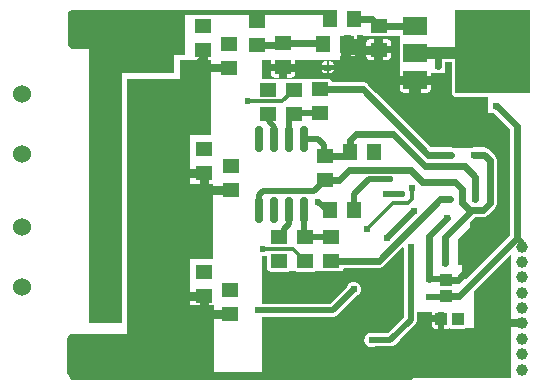
<source format=gbl>
G04 Layer: BottomLayer*
G04 EasyEDA v5.9.41, Mon, 04 Feb 2019 09:10:30 GMT*
G04 f7da754788ad4d128d84d1fb51d08027*
G04 Gerber Generator version 0.2*
G04 Scale: 100 percent, Rotated: No, Reflected: No *
G04 Dimensions in millimeters *
G04 leading zeros omitted , absolute positions ,3 integer and 3 decimal *
%FSLAX33Y33*%
%MOMM*%
G90*
G71D02*

%ADD11C,0.249999*%
%ADD12C,0.499999*%
%ADD13C,0.399999*%
%ADD14C,0.350012*%
%ADD15C,0.299999*%
%ADD16C,0.599999*%
%ADD17C,0.999998*%
%ADD19C,0.050000*%
%ADD20C,0.700024*%
%ADD21C,0.619760*%
%ADD23R,1.160018X1.469898*%
%ADD27R,1.999996X1.499997*%
%ADD28R,1.469898X1.160018*%
%ADD29R,1.099998X0.999998*%
%ADD33R,1.999996X3.799992*%
%ADD34C,1.524000*%
%ADD35C,0.699999*%
%ADD36C,0.749999*%
%ADD37C,0.449999*%
%ADD38C,0.649999*%
%ADD39R,1.600200X1.800860*%
%ADD40R,0.398780X0.398780*%
%ADD41R,0.999998X1.099998*%

%LPD*%
G36*
G01X1798Y4802D02*
G01X1808Y28074D01*
G01X1808Y28074D01*
G01X1808Y28077D01*
G01X1808Y28080D01*
G01X1808Y28082D01*
G01X1808Y28085D01*
G01X1808Y28088D01*
G01X1807Y28091D01*
G01X1807Y28094D01*
G01X1807Y28096D01*
G01X1806Y28099D01*
G01X1806Y28102D01*
G01X4655Y28102D01*
G01X4655Y4802D01*
G01X1798Y4802D01*
G37*

%LPD*%
G36*
G01X16455Y153D02*
G01X16455Y2791D01*
G01X37555Y2791D01*
G01X37555Y154D01*
G01X16455Y153D01*
G37*

%LPD*%
G36*
G01X16455Y2791D02*
G01X16455Y4012D01*
G01X25755Y4012D01*
G01X25745Y4012D01*
G01X25734Y4012D01*
G01X25723Y4011D01*
G01X25713Y4011D01*
G01X25702Y4010D01*
G01X25691Y4009D01*
G01X25681Y4008D01*
G01X25670Y4006D01*
G01X25659Y4005D01*
G01X25649Y4003D01*
G01X25638Y4001D01*
G01X25628Y3999D01*
G01X25617Y3996D01*
G01X25607Y3994D01*
G01X25597Y3991D01*
G01X25586Y3988D01*
G01X25576Y3985D01*
G01X25566Y3982D01*
G01X25556Y3979D01*
G01X25546Y3975D01*
G01X25535Y3971D01*
G01X25526Y3967D01*
G01X25516Y3963D01*
G01X25506Y3959D01*
G01X25496Y3954D01*
G01X25486Y3950D01*
G01X25477Y3945D01*
G01X25467Y3940D01*
G01X25458Y3935D01*
G01X25449Y3930D01*
G01X25439Y3924D01*
G01X25430Y3918D01*
G01X25421Y3913D01*
G01X25412Y3907D01*
G01X25404Y3901D01*
G01X25395Y3894D01*
G01X25386Y3888D01*
G01X25378Y3881D01*
G01X25369Y3875D01*
G01X25361Y3868D01*
G01X25353Y3861D01*
G01X25345Y3854D01*
G01X25337Y3846D01*
G01X25329Y3839D01*
G01X25322Y3832D01*
G01X25314Y3824D01*
G01X25307Y3816D01*
G01X25300Y3808D01*
G01X25293Y3800D01*
G01X25286Y3792D01*
G01X25279Y3784D01*
G01X25272Y3775D01*
G01X25266Y3767D01*
G01X25260Y3758D01*
G01X25254Y3749D01*
G01X25247Y3740D01*
G01X25242Y3731D01*
G01X25236Y3722D01*
G01X25230Y3713D01*
G01X25225Y3704D01*
G01X25220Y3695D01*
G01X25215Y3685D01*
G01X25210Y3676D01*
G01X25205Y3666D01*
G01X25201Y3656D01*
G01X25196Y3647D01*
G01X25192Y3637D01*
G01X25188Y3627D01*
G01X25184Y3617D01*
G01X25180Y3607D01*
G01X25177Y3597D01*
G01X25174Y3586D01*
G01X25170Y3576D01*
G01X25167Y3566D01*
G01X25165Y3555D01*
G01X25162Y3545D01*
G01X25160Y3535D01*
G01X25157Y3524D01*
G01X25155Y3514D01*
G01X25153Y3503D01*
G01X25152Y3493D01*
G01X25150Y3482D01*
G01X25149Y3471D01*
G01X25148Y3461D01*
G01X25147Y3450D01*
G01X25146Y3439D01*
G01X25146Y3429D01*
G01X25145Y3418D01*
G01X25145Y3407D01*
G01X25145Y3396D01*
G01X25145Y3386D01*
G01X25146Y3375D01*
G01X25146Y3364D01*
G01X25147Y3354D01*
G01X25148Y3343D01*
G01X25149Y3332D01*
G01X25150Y3322D01*
G01X25152Y3311D01*
G01X25153Y3301D01*
G01X25155Y3290D01*
G01X25157Y3279D01*
G01X25160Y3269D01*
G01X25162Y3259D01*
G01X25165Y3248D01*
G01X25167Y3238D01*
G01X25170Y3228D01*
G01X25174Y3217D01*
G01X25177Y3207D01*
G01X25180Y3197D01*
G01X25184Y3187D01*
G01X25188Y3177D01*
G01X25192Y3167D01*
G01X25196Y3157D01*
G01X25201Y3147D01*
G01X25205Y3138D01*
G01X25210Y3128D01*
G01X25215Y3119D01*
G01X25220Y3109D01*
G01X25225Y3100D01*
G01X25230Y3090D01*
G01X25236Y3081D01*
G01X25242Y3072D01*
G01X25247Y3063D01*
G01X25254Y3054D01*
G01X25260Y3046D01*
G01X25266Y3037D01*
G01X25272Y3028D01*
G01X25279Y3020D01*
G01X25286Y3012D01*
G01X25293Y3004D01*
G01X25300Y2996D01*
G01X25307Y2988D01*
G01X25314Y2980D01*
G01X25322Y2972D01*
G01X25329Y2965D01*
G01X25337Y2957D01*
G01X25345Y2950D01*
G01X25353Y2943D01*
G01X25361Y2936D01*
G01X25369Y2929D01*
G01X25378Y2922D01*
G01X25386Y2916D01*
G01X25395Y2909D01*
G01X25404Y2903D01*
G01X25412Y2897D01*
G01X25421Y2891D01*
G01X25430Y2885D01*
G01X25439Y2880D01*
G01X25449Y2874D01*
G01X25458Y2869D01*
G01X25467Y2864D01*
G01X25477Y2859D01*
G01X25486Y2854D01*
G01X25496Y2849D01*
G01X25506Y2845D01*
G01X25516Y2841D01*
G01X25526Y2836D01*
G01X25535Y2832D01*
G01X25546Y2829D01*
G01X25556Y2825D01*
G01X25566Y2822D01*
G01X25576Y2818D01*
G01X25586Y2815D01*
G01X25597Y2812D01*
G01X25607Y2810D01*
G01X25617Y2807D01*
G01X25628Y2805D01*
G01X25638Y2803D01*
G01X25649Y2801D01*
G01X25659Y2799D01*
G01X25670Y2797D01*
G01X25681Y2796D01*
G01X25691Y2795D01*
G01X25702Y2794D01*
G01X25713Y2793D01*
G01X25723Y2792D01*
G01X25734Y2792D01*
G01X25745Y2792D01*
G01X25755Y2791D01*
G01X16455Y2791D01*
G37*

%LPD*%
G36*
G01X25755Y2791D02*
G01X25766Y2792D01*
G01X25777Y2792D01*
G01X25788Y2792D01*
G01X25799Y2793D01*
G01X25810Y2794D01*
G01X25821Y2795D01*
G01X25831Y2796D01*
G01X25842Y2798D01*
G01X25853Y2799D01*
G01X25864Y2801D01*
G01X25875Y2803D01*
G01X25885Y2805D01*
G01X25896Y2808D01*
G01X25906Y2810D01*
G01X25917Y2813D01*
G01X25927Y2816D01*
G01X25938Y2819D01*
G01X25948Y2823D01*
G01X25959Y2826D01*
G01X25969Y2830D01*
G01X25979Y2834D01*
G01X25989Y2838D01*
G01X25999Y2842D01*
G01X26009Y2847D01*
G01X26019Y2851D01*
G01X37555Y2851D01*
G01X37555Y2791D01*
G01X25755Y2791D01*
G37*

%LPD*%
G36*
G01X16455Y4012D02*
G01X16455Y5349D01*
G01X26568Y5349D01*
G01X26568Y4012D01*
G01X16455Y4012D01*
G37*

%LPD*%
G36*
G01X26019Y3952D02*
G01X26009Y3957D01*
G01X25999Y3961D01*
G01X25989Y3966D01*
G01X25979Y3970D01*
G01X25969Y3974D01*
G01X25959Y3977D01*
G01X25948Y3981D01*
G01X25938Y3984D01*
G01X25928Y3987D01*
G01X25917Y3990D01*
G01X25907Y3993D01*
G01X25896Y3996D01*
G01X25885Y3998D01*
G01X25875Y4000D01*
G01X25864Y4002D01*
G01X25853Y4004D01*
G01X25842Y4006D01*
G01X25832Y4007D01*
G01X25821Y4009D01*
G01X25810Y4010D01*
G01X25799Y4011D01*
G01X25788Y4011D01*
G01X25777Y4012D01*
G01X25766Y4012D01*
G01X25755Y4012D01*
G01X26568Y4012D01*
G01X26568Y3952D01*
G01X26019Y3952D01*
G37*

%LPD*%
G36*
G01X27355Y2851D02*
G01X27365Y2851D01*
G01X27375Y2852D01*
G01X27384Y2852D01*
G01X27394Y2853D01*
G01X27403Y2853D01*
G01X27413Y2854D01*
G01X27422Y2855D01*
G01X27432Y2857D01*
G01X27442Y2858D01*
G01X27451Y2860D01*
G01X27460Y2861D01*
G01X27470Y2863D01*
G01X27479Y2865D01*
G01X27489Y2868D01*
G01X27498Y2870D01*
G01X27507Y2873D01*
G01X27516Y2875D01*
G01X27526Y2878D01*
G01X27535Y2881D01*
G01X27544Y2884D01*
G01X27553Y2888D01*
G01X27562Y2891D01*
G01X27571Y2895D01*
G01X27579Y2899D01*
G01X27588Y2903D01*
G01X27597Y2907D01*
G01X27605Y2911D01*
G01X27614Y2916D01*
G01X27622Y2920D01*
G01X27631Y2925D01*
G01X27639Y2930D01*
G01X27647Y2935D01*
G01X27655Y2940D01*
G01X27663Y2945D01*
G01X27671Y2951D01*
G01X27679Y2956D01*
G01X27687Y2962D01*
G01X27694Y2968D01*
G01X27702Y2974D01*
G01X27709Y2980D01*
G01X27717Y2986D01*
G01X27724Y2993D01*
G01X27731Y2999D01*
G01X27738Y3006D01*
G01X27745Y3013D01*
G01X28135Y3403D01*
G01X37555Y3403D01*
G01X37555Y2851D01*
G01X27355Y2851D01*
G37*

%LPD*%
G36*
G01X22453Y5349D02*
G01X22463Y5349D01*
G01X22473Y5350D01*
G01X22482Y5350D01*
G01X22492Y5351D01*
G01X22501Y5352D01*
G01X22511Y5352D01*
G01X22520Y5354D01*
G01X22530Y5355D01*
G01X22540Y5356D01*
G01X22549Y5358D01*
G01X22558Y5360D01*
G01X22568Y5361D01*
G01X22577Y5364D01*
G01X22587Y5366D01*
G01X22596Y5368D01*
G01X22605Y5371D01*
G01X22614Y5373D01*
G01X22624Y5376D01*
G01X22633Y5379D01*
G01X22642Y5383D01*
G01X22651Y5386D01*
G01X22660Y5389D01*
G01X22668Y5393D01*
G01X22677Y5397D01*
G01X22686Y5401D01*
G01X22695Y5405D01*
G01X22703Y5409D01*
G01X22712Y5414D01*
G01X22720Y5418D01*
G01X22729Y5423D01*
G01X22737Y5428D01*
G01X22745Y5433D01*
G01X22753Y5438D01*
G01X22761Y5444D01*
G01X22769Y5449D01*
G01X22777Y5455D01*
G01X22785Y5460D01*
G01X22792Y5466D01*
G01X22800Y5472D01*
G01X22807Y5478D01*
G01X22815Y5484D01*
G01X22822Y5491D01*
G01X22829Y5497D01*
G01X22836Y5504D01*
G01X22843Y5511D01*
G01X24458Y7126D01*
G01X24468Y7130D01*
G01X24478Y7133D01*
G01X24488Y7137D01*
G01X24498Y7142D01*
G01X24508Y7146D01*
G01X24517Y7150D01*
G01X24527Y7155D01*
G01X24536Y7160D01*
G01X24546Y7165D01*
G01X24555Y7170D01*
G01X24565Y7175D01*
G01X24574Y7181D01*
G01X24583Y7187D01*
G01X24592Y7192D01*
G01X24601Y7198D01*
G01X24609Y7204D01*
G01X24618Y7211D01*
G01X24627Y7217D01*
G01X24635Y7224D01*
G01X24643Y7230D01*
G01X24652Y7237D01*
G01X24660Y7244D01*
G01X24668Y7251D01*
G01X24675Y7259D01*
G01X24683Y7266D01*
G01X24691Y7274D01*
G01X24698Y7281D01*
G01X24705Y7289D01*
G01X24713Y7297D01*
G01X24720Y7305D01*
G01X24726Y7313D01*
G01X24733Y7322D01*
G01X24740Y7330D01*
G01X24746Y7339D01*
G01X24752Y7347D01*
G01X24759Y7356D01*
G01X24765Y7365D01*
G01X24770Y7374D01*
G01X24776Y7383D01*
G01X24782Y7392D01*
G01X24787Y7402D01*
G01X24792Y7411D01*
G01X24797Y7420D01*
G01X24802Y7430D01*
G01X24807Y7439D01*
G01X24811Y7449D01*
G01X24816Y7459D01*
G01X24820Y7469D01*
G01X24824Y7479D01*
G01X24827Y7489D01*
G01X24831Y7499D01*
G01X24835Y7509D01*
G01X24838Y7519D01*
G01X24841Y7529D01*
G01X24844Y7540D01*
G01X24847Y7550D01*
G01X24849Y7560D01*
G01X24852Y7571D01*
G01X24854Y7581D01*
G01X24856Y7592D01*
G01X24858Y7602D01*
G01X24859Y7613D01*
G01X24861Y7623D01*
G01X24862Y7634D01*
G01X24863Y7645D01*
G01X24864Y7655D01*
G01X24865Y7666D01*
G01X24865Y7677D01*
G01X24866Y7687D01*
G01X24866Y7698D01*
G01X24866Y7709D01*
G01X24866Y7719D01*
G01X24865Y7730D01*
G01X24865Y7741D01*
G01X24864Y7751D01*
G01X24863Y7762D01*
G01X24862Y7773D01*
G01X24860Y7783D01*
G01X24859Y7794D01*
G01X24857Y7804D01*
G01X24855Y7815D01*
G01X24853Y7825D01*
G01X24851Y7836D01*
G01X24849Y7846D01*
G01X24846Y7857D01*
G01X24843Y7867D01*
G01X24840Y7877D01*
G01X24837Y7888D01*
G01X24834Y7898D01*
G01X24830Y7908D01*
G01X24826Y7918D01*
G01X24823Y7928D01*
G01X24818Y7938D01*
G01X24814Y7948D01*
G01X24810Y7957D01*
G01X24805Y7967D01*
G01X24801Y7977D01*
G01X24796Y7986D01*
G01X24791Y7995D01*
G01X24785Y8005D01*
G01X24780Y8014D01*
G01X24774Y8023D01*
G01X24769Y8032D01*
G01X24763Y8041D01*
G01X24757Y8050D01*
G01X24751Y8059D01*
G01X24744Y8067D01*
G01X24738Y8076D01*
G01X24731Y8084D01*
G01X24724Y8093D01*
G01X24718Y8101D01*
G01X24710Y8109D01*
G01X24703Y8117D01*
G01X24696Y8124D01*
G01X24688Y8132D01*
G01X24681Y8140D01*
G01X24673Y8147D01*
G01X24665Y8154D01*
G01X24657Y8161D01*
G01X24649Y8168D01*
G01X24641Y8175D01*
G01X24633Y8182D01*
G01X24624Y8188D01*
G01X24616Y8195D01*
G01X24607Y8201D01*
G01X24598Y8207D01*
G01X24589Y8213D01*
G01X24580Y8219D01*
G01X24571Y8224D01*
G01X24562Y8230D01*
G01X24553Y8235D01*
G01X24543Y8240D01*
G01X24534Y8245D01*
G01X24524Y8250D01*
G01X24514Y8255D01*
G01X24505Y8259D01*
G01X24495Y8263D01*
G01X24485Y8267D01*
G01X24475Y8271D01*
G01X24465Y8275D01*
G01X24455Y8279D01*
G01X24445Y8282D01*
G01X24435Y8285D01*
G01X24424Y8288D01*
G01X24414Y8291D01*
G01X24404Y8294D01*
G01X24393Y8296D01*
G01X24383Y8299D01*
G01X24372Y8301D01*
G01X24362Y8303D01*
G01X24351Y8305D01*
G01X24341Y8306D01*
G01X24330Y8308D01*
G01X24320Y8309D01*
G01X24309Y8310D01*
G01X24298Y8311D01*
G01X24288Y8311D01*
G01X24277Y8312D01*
G01X24266Y8312D01*
G01X24256Y8312D01*
G01X26568Y8312D01*
G01X26568Y5349D01*
G01X22453Y5349D01*
G37*

%LPD*%
G36*
G01X26568Y3952D02*
G01X26568Y9540D01*
G01X26578Y9544D01*
G01X26588Y9548D01*
G01X26597Y9552D01*
G01X26607Y9556D01*
G01X26617Y9561D01*
G01X26626Y9565D01*
G01X26635Y9570D01*
G01X26645Y9575D01*
G01X26654Y9580D01*
G01X26663Y9586D01*
G01X26672Y9591D01*
G01X26681Y9597D01*
G01X26690Y9603D01*
G01X26699Y9609D01*
G01X26707Y9615D01*
G01X26716Y9621D01*
G01X26724Y9627D01*
G01X26732Y9634D01*
G01X26740Y9641D01*
G01X26749Y9648D01*
G01X26756Y9655D01*
G01X26764Y9662D01*
G01X26772Y9669D01*
G01X26779Y9676D01*
G01X28446Y11343D01*
G01X28446Y11333D01*
G01X28445Y11322D01*
G01X28445Y11311D01*
G01X28445Y11300D01*
G01X28445Y11289D01*
G01X28445Y11278D01*
G01X28446Y11268D01*
G01X28447Y11257D01*
G01X28448Y11246D01*
G01X28449Y11235D01*
G01X28450Y11224D01*
G01X28451Y11214D01*
G01X28453Y11203D01*
G01X28455Y11192D01*
G01X28457Y11182D01*
G01X28459Y11171D01*
G01X28462Y11160D01*
G01X28464Y11150D01*
G01X28467Y11139D01*
G01X28470Y11129D01*
G01X28473Y11119D01*
G01X28476Y11108D01*
G01X28480Y11098D01*
G01X28484Y11088D01*
G01X28488Y11078D01*
G01X28492Y11068D01*
G01X28496Y11058D01*
G01X28500Y11048D01*
G01X28505Y11038D01*
G01X28505Y5330D01*
G01X27127Y3952D01*
G01X26568Y3952D01*
G37*

%LPD*%
G36*
G01X28135Y3403D02*
G01X29445Y4713D01*
G01X29445Y4713D01*
G01X29451Y4719D01*
G01X29458Y4726D01*
G01X29465Y4733D01*
G01X29471Y4741D01*
G01X29477Y4748D01*
G01X29483Y4755D01*
G01X29489Y4763D01*
G01X29495Y4770D01*
G01X29501Y4778D01*
G01X29506Y4786D01*
G01X29512Y4794D01*
G01X29517Y4802D01*
G01X29522Y4810D01*
G01X29527Y4818D01*
G01X29532Y4827D01*
G01X29537Y4835D01*
G01X29541Y4843D01*
G01X29546Y4852D01*
G01X29550Y4860D01*
G01X29554Y4869D01*
G01X29558Y4878D01*
G01X29562Y4887D01*
G01X29566Y4896D01*
G01X29569Y4904D01*
G01X29573Y4913D01*
G01X29576Y4923D01*
G01X29579Y4932D01*
G01X29582Y4941D01*
G01X29585Y4950D01*
G01X29587Y4959D01*
G01X29590Y4969D01*
G01X29592Y4978D01*
G01X29594Y4987D01*
G01X29596Y4997D01*
G01X29598Y5006D01*
G01X29599Y5016D01*
G01X29601Y5025D01*
G01X29602Y5035D01*
G01X29603Y5044D01*
G01X29604Y5054D01*
G01X29605Y5063D01*
G01X29605Y5073D01*
G01X29606Y5083D01*
G01X29606Y5092D01*
G01X29606Y5102D01*
G01X29606Y5763D01*
G01X29870Y5763D01*
G01X29870Y5763D01*
G01X29870Y3403D01*
G01X28135Y3403D01*
G37*

%LPD*%
G36*
G01X29870Y3403D02*
G01X29870Y4350D01*
G01X33172Y4350D01*
G01X33172Y3403D01*
G01X29870Y3403D01*
G37*

%LPD*%
G36*
G01X33172Y3403D02*
G01X33172Y4350D01*
G01X37555Y4350D01*
G01X37555Y3403D01*
G01X33172Y3403D01*
G37*

%LPD*%
G36*
G01X16455Y6450D02*
G01X16455Y8312D01*
G01X24256Y8312D01*
G01X24245Y8312D01*
G01X24234Y8312D01*
G01X24223Y8311D01*
G01X24213Y8311D01*
G01X24202Y8310D01*
G01X24191Y8309D01*
G01X24181Y8308D01*
G01X24170Y8306D01*
G01X24159Y8305D01*
G01X24149Y8303D01*
G01X24138Y8301D01*
G01X24128Y8299D01*
G01X24117Y8296D01*
G01X24107Y8294D01*
G01X24096Y8291D01*
G01X24086Y8288D01*
G01X24076Y8285D01*
G01X24065Y8282D01*
G01X24055Y8278D01*
G01X24045Y8275D01*
G01X24035Y8271D01*
G01X24025Y8267D01*
G01X24015Y8263D01*
G01X24005Y8259D01*
G01X23996Y8254D01*
G01X23986Y8249D01*
G01X23976Y8245D01*
G01X23967Y8240D01*
G01X23957Y8234D01*
G01X23948Y8229D01*
G01X23939Y8224D01*
G01X23930Y8218D01*
G01X23921Y8212D01*
G01X23912Y8206D01*
G01X23903Y8200D01*
G01X23894Y8194D01*
G01X23886Y8187D01*
G01X23877Y8181D01*
G01X23869Y8174D01*
G01X23861Y8167D01*
G01X23852Y8160D01*
G01X23844Y8153D01*
G01X23837Y8146D01*
G01X23829Y8138D01*
G01X23821Y8131D01*
G01X23814Y8123D01*
G01X23806Y8115D01*
G01X23799Y8107D01*
G01X23792Y8099D01*
G01X23785Y8091D01*
G01X23778Y8083D01*
G01X23772Y8074D01*
G01X23765Y8066D01*
G01X23759Y8057D01*
G01X23753Y8048D01*
G01X23747Y8039D01*
G01X23741Y8030D01*
G01X23735Y8021D01*
G01X23730Y8012D01*
G01X23724Y8003D01*
G01X23719Y7993D01*
G01X23714Y7984D01*
G01X23709Y7974D01*
G01X23705Y7965D01*
G01X23700Y7955D01*
G01X23696Y7945D01*
G01X23691Y7935D01*
G01X23687Y7925D01*
G01X23684Y7915D01*
G01X23680Y7905D01*
G01X22225Y6450D01*
G01X16455Y6450D01*
G37*

%LPD*%
G36*
G01X16455Y8312D02*
G01X16455Y9186D01*
G01X26568Y9186D01*
G01X26568Y8312D01*
G01X16455Y8312D01*
G37*

%LPD*%
G36*
G01X20894Y9186D02*
G01X20899Y9186D01*
G01X20905Y9186D01*
G01X20910Y9186D01*
G01X20916Y9187D01*
G01X20921Y9187D01*
G01X20926Y9188D01*
G01X20932Y9188D01*
G01X20937Y9189D01*
G01X20943Y9190D01*
G01X20948Y9191D01*
G01X20953Y9192D01*
G01X20959Y9193D01*
G01X20964Y9194D01*
G01X20969Y9196D01*
G01X20975Y9197D01*
G01X20980Y9198D01*
G01X20985Y9200D01*
G01X20990Y9202D01*
G01X26568Y9202D01*
G01X26568Y9186D01*
G01X20894Y9186D01*
G37*

%LPD*%
G36*
G01X23355Y9202D02*
G01X23355Y9379D01*
G01X23355Y9379D01*
G01X23358Y9384D01*
G01X23360Y9389D01*
G01X23363Y9393D01*
G01X23365Y9398D01*
G01X23367Y9403D01*
G01X23369Y9408D01*
G01X23371Y9413D01*
G01X23373Y9418D01*
G01X23375Y9423D01*
G01X23376Y9428D01*
G01X23378Y9433D01*
G01X23379Y9438D01*
G01X23381Y9443D01*
G01X23382Y9448D01*
G01X23384Y9453D01*
G01X23385Y9459D01*
G01X23386Y9464D01*
G01X23387Y9469D01*
G01X23388Y9474D01*
G01X23388Y9479D01*
G01X23389Y9485D01*
G01X23390Y9490D01*
G01X23390Y9495D01*
G01X23391Y9501D01*
G01X26568Y9501D01*
G01X26568Y9202D01*
G01X23355Y9202D01*
G37*

%LPD*%
G36*
G01X26355Y9501D02*
G01X26366Y9501D01*
G01X26377Y9501D01*
G01X26387Y9501D01*
G01X26398Y9502D01*
G01X26409Y9503D01*
G01X26420Y9504D01*
G01X26431Y9505D01*
G01X26442Y9507D01*
G01X26452Y9509D01*
G01X26463Y9510D01*
G01X26474Y9512D01*
G01X26485Y9515D01*
G01X26495Y9517D01*
G01X26506Y9520D01*
G01X26516Y9523D01*
G01X26527Y9526D01*
G01X26537Y9529D01*
G01X26547Y9532D01*
G01X26558Y9536D01*
G01X26568Y9540D01*
G01X26568Y9501D01*
G01X26355Y9501D01*
G37*

%LPD*%
G36*
G01X29870Y5477D02*
G01X29870Y5763D01*
G01X30858Y5763D01*
G01X30858Y5758D01*
G01X30857Y5753D01*
G01X30857Y5477D01*
G01X29870Y5477D01*
G37*

%LPD*%
G36*
G01X29870Y5763D02*
G01X30858Y5763D01*
G01X30858Y5763D01*
G01X29870Y5763D01*
G37*

%LPD*%
G36*
G01X29870Y4350D02*
G01X29870Y4926D01*
G01X30857Y4926D01*
G01X30857Y4650D01*
G01X30858Y4645D01*
G01X30858Y4640D01*
G01X30858Y4635D01*
G01X30858Y4629D01*
G01X30859Y4624D01*
G01X30859Y4619D01*
G01X30860Y4614D01*
G01X30860Y4608D01*
G01X30861Y4603D01*
G01X30862Y4598D01*
G01X30863Y4593D01*
G01X30864Y4588D01*
G01X30865Y4583D01*
G01X30866Y4578D01*
G01X30868Y4572D01*
G01X30869Y4567D01*
G01X30871Y4562D01*
G01X30872Y4557D01*
G01X30874Y4552D01*
G01X30876Y4547D01*
G01X30877Y4543D01*
G01X30879Y4538D01*
G01X30881Y4533D01*
G01X30883Y4528D01*
G01X30886Y4523D01*
G01X30888Y4519D01*
G01X30890Y4514D01*
G01X30893Y4509D01*
G01X30895Y4505D01*
G01X30898Y4500D01*
G01X30900Y4495D01*
G01X30903Y4491D01*
G01X30906Y4487D01*
G01X30909Y4482D01*
G01X30912Y4478D01*
G01X30915Y4474D01*
G01X30918Y4469D01*
G01X30921Y4465D01*
G01X30924Y4461D01*
G01X30928Y4457D01*
G01X30931Y4453D01*
G01X30935Y4449D01*
G01X30938Y4445D01*
G01X30942Y4441D01*
G01X30945Y4438D01*
G01X30949Y4434D01*
G01X30953Y4430D01*
G01X30957Y4427D01*
G01X30961Y4423D01*
G01X30965Y4420D01*
G01X30969Y4417D01*
G01X30973Y4413D01*
G01X30977Y4410D01*
G01X30981Y4407D01*
G01X30986Y4404D01*
G01X30990Y4401D01*
G01X30994Y4398D01*
G01X30999Y4395D01*
G01X31003Y4393D01*
G01X31008Y4390D01*
G01X31012Y4387D01*
G01X31017Y4385D01*
G01X31022Y4382D01*
G01X31026Y4380D01*
G01X31031Y4378D01*
G01X31036Y4376D01*
G01X31041Y4374D01*
G01X31045Y4372D01*
G01X31050Y4370D01*
G01X31055Y4368D01*
G01X31060Y4366D01*
G01X31065Y4364D01*
G01X31070Y4363D01*
G01X31075Y4361D01*
G01X31080Y4360D01*
G01X31085Y4359D01*
G01X31090Y4357D01*
G01X31095Y4356D01*
G01X31101Y4355D01*
G01X31106Y4354D01*
G01X31111Y4353D01*
G01X31116Y4353D01*
G01X31121Y4352D01*
G01X31127Y4351D01*
G01X31132Y4351D01*
G01X31137Y4350D01*
G01X31142Y4350D01*
G01X31147Y4350D01*
G01X31153Y4350D01*
G01X31158Y4350D01*
G01X29870Y4350D01*
G37*

%LPD*%
G36*
G01X29870Y4926D02*
G01X29870Y5477D01*
G01X32154Y5477D01*
G01X32155Y4926D01*
G01X29870Y4926D01*
G37*

%LPD*%
G36*
G01X31408Y4350D02*
G01X31408Y4926D01*
G01X31907Y4926D01*
G01X31907Y4350D01*
G01X31408Y4350D01*
G37*

%LPD*%
G36*
G01X32156Y4350D02*
G01X32162Y4350D01*
G01X32167Y4350D01*
G01X32172Y4350D01*
G01X32178Y4350D01*
G01X32183Y4351D01*
G01X32188Y4351D01*
G01X32194Y4352D01*
G01X32199Y4353D01*
G01X32204Y4354D01*
G01X32210Y4355D01*
G01X32215Y4356D01*
G01X32220Y4357D01*
G01X32225Y4358D01*
G01X32230Y4359D01*
G01X32236Y4360D01*
G01X32241Y4362D01*
G01X32246Y4363D01*
G01X32251Y4365D01*
G01X32256Y4367D01*
G01X32261Y4369D01*
G01X32266Y4371D01*
G01X32271Y4373D01*
G01X32276Y4375D01*
G01X32281Y4377D01*
G01X32286Y4379D01*
G01X32291Y4381D01*
G01X32295Y4384D01*
G01X32300Y4386D01*
G01X32305Y4389D01*
G01X32309Y4392D01*
G01X32404Y4392D01*
G01X32404Y4392D01*
G01X32409Y4389D01*
G01X32414Y4386D01*
G01X32418Y4384D01*
G01X32423Y4381D01*
G01X32428Y4379D01*
G01X32433Y4377D01*
G01X32438Y4375D01*
G01X32443Y4373D01*
G01X32448Y4371D01*
G01X32453Y4369D01*
G01X32458Y4367D01*
G01X32463Y4365D01*
G01X32468Y4363D01*
G01X32473Y4362D01*
G01X32478Y4360D01*
G01X32483Y4359D01*
G01X32488Y4358D01*
G01X32494Y4357D01*
G01X32499Y4356D01*
G01X32504Y4355D01*
G01X32509Y4354D01*
G01X32515Y4353D01*
G01X32520Y4352D01*
G01X32525Y4351D01*
G01X32531Y4351D01*
G01X32536Y4350D01*
G01X32541Y4350D01*
G01X32547Y4350D01*
G01X32552Y4350D01*
G01X32558Y4350D01*
G01X32156Y4350D01*
G37*

%LPD*%
G36*
G01X33556Y4350D02*
G01X33561Y4350D01*
G01X33566Y4350D01*
G01X33572Y4350D01*
G01X33577Y4350D01*
G01X33582Y4351D01*
G01X33588Y4351D01*
G01X33593Y4352D01*
G01X33598Y4353D01*
G01X33604Y4354D01*
G01X33609Y4354D01*
G01X33614Y4355D01*
G01X33620Y4357D01*
G01X33625Y4358D01*
G01X33630Y4359D01*
G01X33635Y4360D01*
G01X33640Y4362D01*
G01X33645Y4363D01*
G01X33650Y4365D01*
G01X33656Y4367D01*
G01X33661Y4369D01*
G01X33666Y4371D01*
G01X33671Y4373D01*
G01X33675Y4375D01*
G01X33680Y4377D01*
G01X33685Y4379D01*
G01X33690Y4381D01*
G01X33695Y4384D01*
G01X33700Y4386D01*
G01X33704Y4389D01*
G01X33709Y4392D01*
G01X37555Y4392D01*
G01X37555Y4350D01*
G01X33556Y4350D01*
G37*

%LPD*%
G36*
G01X16455Y9186D02*
G01X16455Y9188D01*
G01X19387Y9188D01*
G01X19392Y9188D01*
G01X19398Y9187D01*
G01X19403Y9187D01*
G01X19409Y9186D01*
G01X19415Y9186D01*
G01X19420Y9186D01*
G01X19426Y9186D01*
G01X16455Y9186D01*
G37*

%LPD*%
G36*
G01X31408Y5477D02*
G01X31408Y5763D01*
G01X31907Y5763D01*
G01X31907Y5477D01*
G01X31408Y5477D01*
G37*

%LPD*%
G36*
G01X33709Y4392D02*
G01X33709Y4392D01*
G01X34415Y4392D01*
G01X33709Y4392D01*
G37*

%LPD*%
G36*
G01X34415Y4392D02*
G01X34408Y7504D01*
G01X37555Y10655D01*
G01X37555Y4392D01*
G01X34415Y4392D01*
G37*

%LPD*%
G36*
G01X16455Y9188D02*
G01X16455Y9202D01*
G01X17135Y9202D01*
G01X17140Y9200D01*
G01X17145Y9199D01*
G01X17150Y9197D01*
G01X17155Y9196D01*
G01X17161Y9195D01*
G01X17166Y9194D01*
G01X17171Y9193D01*
G01X17176Y9192D01*
G01X17181Y9191D01*
G01X17187Y9191D01*
G01X17192Y9190D01*
G01X17197Y9190D01*
G01X17202Y9189D01*
G01X17208Y9189D01*
G01X17213Y9189D01*
G01X17218Y9188D01*
G01X17224Y9188D01*
G01X16455Y9188D01*
G37*

%LPD*%
G36*
G01X18692Y9188D02*
G01X18692Y9188D01*
G01X18697Y9188D01*
G01X18702Y9189D01*
G01X18707Y9189D01*
G01X18713Y9189D01*
G01X18718Y9190D01*
G01X18723Y9190D01*
G01X18729Y9191D01*
G01X18734Y9191D01*
G01X18739Y9192D01*
G01X18744Y9193D01*
G01X18749Y9194D01*
G01X18755Y9195D01*
G01X18760Y9196D01*
G01X18765Y9197D01*
G01X18770Y9199D01*
G01X18775Y9200D01*
G01X18780Y9202D01*
G01X19329Y9202D01*
G01X19334Y9200D01*
G01X19340Y9199D01*
G01X19345Y9197D01*
G01X19350Y9196D01*
G01X19355Y9194D01*
G01X19360Y9193D01*
G01X19366Y9192D01*
G01X19371Y9191D01*
G01X19376Y9190D01*
G01X19381Y9189D01*
G01X19387Y9188D01*
G01X18692Y9188D01*
G37*

%LPD*%
G36*
G01X16455Y9202D02*
G01X16455Y10007D01*
G01X16923Y10007D01*
G01X16923Y9489D01*
G01X16923Y9489D01*
G01X16923Y9484D01*
G01X16923Y9478D01*
G01X16923Y9473D01*
G01X16924Y9467D01*
G01X16924Y9462D01*
G01X16925Y9456D01*
G01X16925Y9451D01*
G01X16926Y9446D01*
G01X16927Y9440D01*
G01X16928Y9435D01*
G01X16929Y9430D01*
G01X16930Y9424D01*
G01X16931Y9419D01*
G01X16933Y9414D01*
G01X16934Y9409D01*
G01X16935Y9403D01*
G01X16937Y9398D01*
G01X16939Y9393D01*
G01X16940Y9388D01*
G01X16942Y9383D01*
G01X16944Y9378D01*
G01X16946Y9373D01*
G01X16948Y9368D01*
G01X16951Y9363D01*
G01X16953Y9358D01*
G01X16955Y9353D01*
G01X16955Y9202D01*
G01X16455Y9202D01*
G37*

%LPD*%
G36*
G01X16455Y10007D02*
G01X16455Y10501D01*
G01X16662Y10501D01*
G01X16662Y10007D01*
G01X16455Y10007D01*
G37*

%LPD*%
G36*
G01X16662Y10007D02*
G01X16662Y10502D01*
G01X16923Y10502D01*
G01X16923Y10007D01*
G01X16662Y10007D01*
G37*

%LPD*%
G36*
G01X16455Y10501D02*
G01X16455Y10502D01*
G01X16533Y10502D01*
G01X16544Y10501D01*
G01X16556Y10501D01*
G01X16455Y10501D01*
G37*

%LPD*%
G36*
G01X16556Y10501D02*
G01X16567Y10501D01*
G01X16578Y10502D01*
G01X16662Y10502D01*
G01X16662Y10501D01*
G01X16556Y10501D01*
G37*

%LPD*%
G36*
G01X33105Y9722D02*
G01X33105Y9722D01*
G01X33172Y9722D01*
G01X33105Y9722D01*
G37*

%LPD*%
G36*
G01X33105Y9722D02*
G01X33115Y11942D01*
G01X33172Y12006D01*
G01X33172Y9722D01*
G01X33105Y9722D01*
G37*

%LPD*%
G36*
G01X33172Y9722D02*
G01X33172Y9722D01*
G01X33455Y9722D01*
G01X33172Y9722D01*
G37*

%LPD*%
G36*
G01X33172Y9722D02*
G01X33172Y12006D01*
G01X34055Y13002D01*
G01X34055Y13351D01*
G01X34480Y13776D01*
G01X34489Y13784D01*
G01X34496Y13792D01*
G01X34504Y13801D01*
G01X36474Y13801D01*
G01X36474Y11272D01*
G01X34926Y9722D01*
G01X33172Y9722D01*
G37*

%LPD*%
G36*
G01X33455Y8532D02*
G01X33455Y9722D01*
G01X34926Y9722D01*
G01X33737Y8532D01*
G01X33455Y8532D01*
G37*

%LPD*%
G36*
G01X35156Y13801D02*
G01X35156Y13801D01*
G01X35167Y13801D01*
G01X35177Y13801D01*
G01X35188Y13802D01*
G01X35199Y13802D01*
G01X35209Y13803D01*
G01X35220Y13804D01*
G01X35231Y13805D01*
G01X35241Y13807D01*
G01X35252Y13809D01*
G01X35263Y13810D01*
G01X35273Y13812D01*
G01X35284Y13815D01*
G01X35294Y13817D01*
G01X35304Y13819D01*
G01X35315Y13822D01*
G01X35325Y13825D01*
G01X35335Y13828D01*
G01X35346Y13832D01*
G01X35356Y13835D01*
G01X35366Y13839D01*
G01X35376Y13842D01*
G01X35386Y13847D01*
G01X35396Y13851D01*
G01X35405Y13855D01*
G01X35415Y13860D01*
G01X35425Y13864D01*
G01X35434Y13869D01*
G01X35444Y13874D01*
G01X35453Y13879D01*
G01X35462Y13885D01*
G01X35472Y13890D01*
G01X35481Y13896D01*
G01X35490Y13902D01*
G01X35498Y13908D01*
G01X35507Y13914D01*
G01X35516Y13921D01*
G01X35524Y13927D01*
G01X35533Y13934D01*
G01X35541Y13941D01*
G01X35549Y13947D01*
G01X35557Y13955D01*
G01X35565Y13962D01*
G01X35573Y13969D01*
G01X35581Y13977D01*
G01X36180Y14576D01*
G01X36187Y14584D01*
G01X36195Y14592D01*
G01X36202Y14599D01*
G01X36209Y14607D01*
G01X36216Y14616D01*
G01X36223Y14624D01*
G01X36230Y14632D01*
G01X36236Y14641D01*
G01X36242Y14650D01*
G01X36249Y14658D01*
G01X36255Y14667D01*
G01X36261Y14676D01*
G01X36266Y14685D01*
G01X36272Y14694D01*
G01X36277Y14704D01*
G01X36282Y14713D01*
G01X36287Y14722D01*
G01X36292Y14732D01*
G01X36297Y14742D01*
G01X36302Y14751D01*
G01X36306Y14761D01*
G01X36310Y14771D01*
G01X36314Y14781D01*
G01X36318Y14791D01*
G01X36322Y14801D01*
G01X36325Y14811D01*
G01X36328Y14821D01*
G01X36332Y14832D01*
G01X36334Y14842D01*
G01X36337Y14852D01*
G01X36340Y14863D01*
G01X36342Y14873D01*
G01X36344Y14884D01*
G01X36346Y14894D01*
G01X36348Y14905D01*
G01X36350Y14915D01*
G01X36351Y14926D01*
G01X36352Y14937D01*
G01X36353Y14947D01*
G01X36354Y14958D01*
G01X36355Y14969D01*
G01X36355Y14979D01*
G01X36356Y14990D01*
G01X36356Y15001D01*
G01X36356Y18602D01*
G01X36356Y18602D01*
G01X36356Y18613D01*
G01X36355Y18624D01*
G01X36355Y18635D01*
G01X36354Y18645D01*
G01X36353Y18656D01*
G01X36352Y18667D01*
G01X36351Y18677D01*
G01X36350Y18688D01*
G01X36348Y18699D01*
G01X36346Y18709D01*
G01X36344Y18720D01*
G01X36342Y18730D01*
G01X36340Y18741D01*
G01X36337Y18751D01*
G01X36334Y18761D01*
G01X36332Y18772D01*
G01X36328Y18782D01*
G01X36325Y18792D01*
G01X36322Y18802D01*
G01X36318Y18812D01*
G01X36314Y18822D01*
G01X36310Y18832D01*
G01X36306Y18842D01*
G01X36302Y18852D01*
G01X36297Y18862D01*
G01X36292Y18871D01*
G01X36287Y18881D01*
G01X36282Y18890D01*
G01X36277Y18900D01*
G01X36272Y18909D01*
G01X36266Y18918D01*
G01X36261Y18927D01*
G01X36255Y18936D01*
G01X36249Y18945D01*
G01X36242Y18954D01*
G01X36236Y18962D01*
G01X36230Y18971D01*
G01X36223Y18979D01*
G01X36216Y18988D01*
G01X36209Y18996D01*
G01X36202Y19004D01*
G01X36195Y19012D01*
G01X36187Y19019D01*
G01X36180Y19027D01*
G01X36180Y19027D01*
G01X36474Y19027D01*
G01X36474Y13801D01*
G01X35156Y13801D01*
G37*

%LPD*%
G36*
G01X36474Y11272D02*
G01X36474Y19913D01*
G01X37456Y19913D01*
G01X37456Y12255D01*
G01X36474Y11272D01*
G37*

%LPD*%
G36*
G01X36180Y19027D02*
G01X35680Y19527D01*
G01X35672Y19535D01*
G01X35664Y19542D01*
G01X35656Y19550D01*
G01X35648Y19557D01*
G01X35640Y19564D01*
G01X35632Y19570D01*
G01X35623Y19577D01*
G01X35615Y19584D01*
G01X35606Y19590D01*
G01X35597Y19596D01*
G01X35589Y19602D01*
G01X35580Y19608D01*
G01X35571Y19614D01*
G01X35561Y19619D01*
G01X35552Y19625D01*
G01X35543Y19630D01*
G01X35533Y19635D01*
G01X35524Y19640D01*
G01X35514Y19645D01*
G01X35504Y19649D01*
G01X35495Y19653D01*
G01X35485Y19658D01*
G01X35475Y19662D01*
G01X35465Y19665D01*
G01X35455Y19669D01*
G01X35445Y19673D01*
G01X35434Y19676D01*
G01X35424Y19679D01*
G01X35414Y19682D01*
G01X35403Y19685D01*
G01X35393Y19687D01*
G01X35383Y19690D01*
G01X35372Y19692D01*
G01X35362Y19694D01*
G01X35351Y19696D01*
G01X35340Y19697D01*
G01X35330Y19699D01*
G01X35319Y19700D01*
G01X35309Y19701D01*
G01X35298Y19702D01*
G01X35287Y19702D01*
G01X35276Y19703D01*
G01X35266Y19703D01*
G01X35255Y19703D01*
G01X36474Y19703D01*
G01X36474Y19027D01*
G01X36180Y19027D01*
G37*

%LPD*%
G36*
G01X30595Y19913D02*
G01X29870Y20638D01*
G01X29870Y22602D01*
G01X36106Y22602D01*
G01X37456Y21252D01*
G01X37456Y19913D01*
G01X30595Y19913D01*
G37*

%LPD*%
G36*
G01X33172Y19703D02*
G01X33172Y19913D01*
G01X36474Y19913D01*
G01X36474Y19703D01*
G01X33172Y19703D01*
G37*

%LPD*%
G36*
G01X29870Y20638D02*
G01X26156Y24350D01*
G01X29870Y24350D01*
G01X29870Y20638D01*
G37*

%LPD*%
G36*
G01X30805Y19703D02*
G01X30595Y19913D01*
G01X33172Y19913D01*
G01X33172Y19703D01*
G01X30805Y19703D01*
G37*

%LPD*%
G36*
G01X29870Y22602D02*
G01X29870Y23215D01*
G01X35648Y23215D01*
G01X35655Y22602D01*
G01X29870Y22602D01*
G37*

%LPD*%
G36*
G01X32699Y19652D02*
G01X32699Y19652D01*
G01X32689Y19656D01*
G01X32679Y19660D01*
G01X32669Y19664D01*
G01X32659Y19668D01*
G01X32649Y19672D01*
G01X32638Y19675D01*
G01X32628Y19678D01*
G01X32617Y19681D01*
G01X32607Y19684D01*
G01X32596Y19687D01*
G01X32586Y19689D01*
G01X32575Y19691D01*
G01X32564Y19693D01*
G01X32554Y19695D01*
G01X32543Y19697D01*
G01X32532Y19699D01*
G01X32521Y19700D01*
G01X32510Y19701D01*
G01X32499Y19702D01*
G01X32489Y19702D01*
G01X32478Y19703D01*
G01X32467Y19703D01*
G01X32456Y19703D01*
G01X33172Y19703D01*
G01X33172Y19652D01*
G01X32699Y19652D01*
G37*

%LPD*%
G36*
G01X33172Y19652D02*
G01X33172Y19703D01*
G01X34455Y19703D01*
G01X34455Y19703D01*
G01X34444Y19703D01*
G01X34433Y19703D01*
G01X34422Y19702D01*
G01X34411Y19702D01*
G01X34400Y19701D01*
G01X34390Y19700D01*
G01X34379Y19699D01*
G01X34368Y19697D01*
G01X34357Y19695D01*
G01X34346Y19693D01*
G01X34336Y19691D01*
G01X34325Y19689D01*
G01X34314Y19687D01*
G01X34304Y19684D01*
G01X34293Y19681D01*
G01X34283Y19678D01*
G01X34272Y19675D01*
G01X34262Y19672D01*
G01X34252Y19668D01*
G01X34242Y19664D01*
G01X34231Y19660D01*
G01X34221Y19656D01*
G01X34211Y19652D01*
G01X33172Y19652D01*
G37*

%LPD*%
G36*
G01X26156Y24350D02*
G01X25480Y25025D01*
G01X28155Y25025D01*
G01X28155Y24650D01*
G01X28155Y24650D01*
G01X28155Y24645D01*
G01X28155Y24640D01*
G01X28155Y24634D01*
G01X28156Y24629D01*
G01X28156Y24624D01*
G01X28157Y24618D01*
G01X28157Y24613D01*
G01X28158Y24608D01*
G01X28159Y24603D01*
G01X28160Y24597D01*
G01X28161Y24592D01*
G01X28162Y24587D01*
G01X28163Y24582D01*
G01X28164Y24577D01*
G01X28165Y24572D01*
G01X28167Y24566D01*
G01X28168Y24561D01*
G01X28170Y24556D01*
G01X28172Y24551D01*
G01X28173Y24546D01*
G01X28175Y24541D01*
G01X28177Y24536D01*
G01X28179Y24532D01*
G01X28181Y24527D01*
G01X28184Y24522D01*
G01X28186Y24517D01*
G01X28188Y24512D01*
G01X28191Y24508D01*
G01X28193Y24503D01*
G01X28196Y24498D01*
G01X28199Y24494D01*
G01X28202Y24489D01*
G01X28204Y24485D01*
G01X28207Y24481D01*
G01X28210Y24476D01*
G01X28214Y24472D01*
G01X28217Y24468D01*
G01X28220Y24463D01*
G01X28223Y24459D01*
G01X28227Y24455D01*
G01X28230Y24451D01*
G01X28234Y24447D01*
G01X28237Y24443D01*
G01X28241Y24440D01*
G01X28245Y24436D01*
G01X28249Y24432D01*
G01X28252Y24429D01*
G01X28256Y24425D01*
G01X28260Y24422D01*
G01X28265Y24418D01*
G01X28269Y24415D01*
G01X28273Y24412D01*
G01X28277Y24408D01*
G01X28281Y24405D01*
G01X28286Y24402D01*
G01X28290Y24399D01*
G01X28295Y24396D01*
G01X28299Y24394D01*
G01X28304Y24391D01*
G01X28308Y24388D01*
G01X28313Y24386D01*
G01X28318Y24383D01*
G01X28322Y24381D01*
G01X28327Y24378D01*
G01X28332Y24376D01*
G01X28337Y24374D01*
G01X28342Y24372D01*
G01X28347Y24370D01*
G01X28352Y24368D01*
G01X28357Y24366D01*
G01X28362Y24365D01*
G01X28367Y24363D01*
G01X28372Y24362D01*
G01X28377Y24360D01*
G01X28382Y24359D01*
G01X28387Y24358D01*
G01X28392Y24356D01*
G01X28397Y24355D01*
G01X28403Y24354D01*
G01X28408Y24353D01*
G01X28413Y24353D01*
G01X28418Y24352D01*
G01X28424Y24351D01*
G01X28429Y24351D01*
G01X28434Y24350D01*
G01X28440Y24350D01*
G01X28445Y24350D01*
G01X28450Y24350D01*
G01X28455Y24350D01*
G01X26156Y24350D01*
G37*

%LPD*%
G36*
G01X28955Y24350D02*
G01X28955Y25025D01*
G01X29870Y25025D01*
G01X29870Y24350D01*
G01X28955Y24350D01*
G37*

%LPD*%
G36*
G01X29870Y24350D02*
G01X29870Y25025D01*
G01X29955Y25025D01*
G01X29955Y24350D01*
G01X29870Y24350D01*
G37*

%LPD*%
G36*
G01X29870Y24001D02*
G01X29870Y24350D01*
G01X32555Y24350D01*
G01X32555Y24302D01*
G01X32555Y24296D01*
G01X32555Y24291D01*
G01X32555Y24286D01*
G01X32556Y24281D01*
G01X32556Y24276D01*
G01X32557Y24270D01*
G01X32557Y24265D01*
G01X32558Y24260D01*
G01X32559Y24255D01*
G01X32560Y24250D01*
G01X32560Y24244D01*
G01X32562Y24239D01*
G01X32563Y24234D01*
G01X32564Y24229D01*
G01X32565Y24224D01*
G01X32567Y24219D01*
G01X32568Y24214D01*
G01X32570Y24209D01*
G01X32571Y24204D01*
G01X32573Y24199D01*
G01X32575Y24194D01*
G01X32577Y24189D01*
G01X32579Y24184D01*
G01X32581Y24179D01*
G01X32583Y24175D01*
G01X32585Y24170D01*
G01X32588Y24165D01*
G01X32590Y24161D01*
G01X32593Y24156D01*
G01X32595Y24151D01*
G01X32598Y24147D01*
G01X32601Y24142D01*
G01X32603Y24138D01*
G01X32606Y24134D01*
G01X32609Y24129D01*
G01X32612Y24125D01*
G01X32615Y24121D01*
G01X32619Y24117D01*
G01X32622Y24113D01*
G01X32625Y24109D01*
G01X32629Y24105D01*
G01X32632Y24101D01*
G01X32636Y24097D01*
G01X32639Y24093D01*
G01X32643Y24089D01*
G01X32647Y24086D01*
G01X32651Y24082D01*
G01X32654Y24078D01*
G01X32658Y24075D01*
G01X32662Y24072D01*
G01X32666Y24068D01*
G01X32670Y24065D01*
G01X32675Y24062D01*
G01X32679Y24059D01*
G01X32683Y24056D01*
G01X32687Y24053D01*
G01X32692Y24050D01*
G01X32696Y24047D01*
G01X32701Y24044D01*
G01X32705Y24041D01*
G01X32710Y24039D01*
G01X32714Y24036D01*
G01X32719Y24034D01*
G01X32724Y24032D01*
G01X32728Y24029D01*
G01X32733Y24027D01*
G01X32738Y24025D01*
G01X32743Y24023D01*
G01X32748Y24021D01*
G01X32753Y24019D01*
G01X32758Y24018D01*
G01X32763Y24016D01*
G01X32768Y24014D01*
G01X32773Y24013D01*
G01X32778Y24011D01*
G01X32783Y24010D01*
G01X32788Y24009D01*
G01X32793Y24008D01*
G01X32798Y24007D01*
G01X32803Y24006D01*
G01X32808Y24005D01*
G01X32814Y24004D01*
G01X32819Y24003D01*
G01X32824Y24003D01*
G01X32829Y24002D01*
G01X32834Y24002D01*
G01X32840Y24002D01*
G01X32845Y24001D01*
G01X32850Y24001D01*
G01X32855Y24001D01*
G01X29870Y24001D01*
G37*

%LPD*%
G36*
G01X29870Y23215D02*
G01X29870Y24001D01*
G01X33172Y24001D01*
G01X33172Y23215D01*
G01X29870Y23215D01*
G37*

%LPD*%
G36*
G01X33172Y23215D02*
G01X33172Y24001D01*
G01X35639Y24001D01*
G01X35648Y23215D01*
G01X33172Y23215D01*
G37*

%LPD*%
G36*
G01X25480Y25025D02*
G01X25448Y25057D01*
G01X25441Y25065D01*
G01X25433Y25072D01*
G01X25425Y25079D01*
G01X25417Y25086D01*
G01X25409Y25093D01*
G01X25401Y25100D01*
G01X25392Y25107D01*
G01X25384Y25113D01*
G01X25375Y25120D01*
G01X25366Y25126D01*
G01X25357Y25132D01*
G01X25348Y25138D01*
G01X25339Y25143D01*
G01X25330Y25149D01*
G01X25321Y25154D01*
G01X25312Y25160D01*
G01X25302Y25165D01*
G01X25293Y25169D01*
G01X25283Y25174D01*
G01X25273Y25179D01*
G01X25263Y25183D01*
G01X25254Y25187D01*
G01X25244Y25191D01*
G01X25234Y25195D01*
G01X25224Y25199D01*
G01X25213Y25202D01*
G01X25203Y25206D01*
G01X25193Y25209D01*
G01X25183Y25212D01*
G01X25172Y25214D01*
G01X25162Y25217D01*
G01X25151Y25219D01*
G01X25141Y25221D01*
G01X25130Y25223D01*
G01X25120Y25225D01*
G01X25109Y25227D01*
G01X25099Y25228D01*
G01X25088Y25229D01*
G01X25077Y25231D01*
G01X25067Y25231D01*
G01X25056Y25232D01*
G01X25045Y25233D01*
G01X25035Y25233D01*
G01X25024Y25233D01*
G01X29870Y25233D01*
G01X29870Y25025D01*
G01X25480Y25025D01*
G37*

%LPD*%
G36*
G01X29870Y25025D02*
G01X29870Y25776D01*
G01X32555Y25776D01*
G01X32555Y25025D01*
G01X29870Y25025D01*
G37*

%LPD*%
G36*
G01X30454Y24350D02*
G01X30460Y24350D01*
G01X30465Y24350D01*
G01X30470Y24350D01*
G01X30476Y24350D01*
G01X30481Y24351D01*
G01X30486Y24351D01*
G01X30491Y24352D01*
G01X30497Y24353D01*
G01X30502Y24353D01*
G01X30507Y24354D01*
G01X30512Y24355D01*
G01X30518Y24356D01*
G01X30523Y24358D01*
G01X30528Y24359D01*
G01X30533Y24360D01*
G01X30538Y24362D01*
G01X30543Y24363D01*
G01X30548Y24365D01*
G01X30553Y24366D01*
G01X30558Y24368D01*
G01X30563Y24370D01*
G01X30568Y24372D01*
G01X30573Y24374D01*
G01X30578Y24376D01*
G01X30583Y24378D01*
G01X30587Y24381D01*
G01X30592Y24383D01*
G01X30597Y24386D01*
G01X30602Y24388D01*
G01X30606Y24391D01*
G01X30611Y24394D01*
G01X30615Y24396D01*
G01X30620Y24399D01*
G01X30624Y24402D01*
G01X30628Y24405D01*
G01X30633Y24408D01*
G01X30637Y24412D01*
G01X30641Y24415D01*
G01X30645Y24418D01*
G01X30649Y24422D01*
G01X30653Y24425D01*
G01X30657Y24429D01*
G01X30661Y24432D01*
G01X30665Y24436D01*
G01X30669Y24440D01*
G01X30672Y24443D01*
G01X30676Y24447D01*
G01X30680Y24451D01*
G01X30683Y24455D01*
G01X30686Y24459D01*
G01X30690Y24463D01*
G01X30693Y24468D01*
G01X30696Y24472D01*
G01X30699Y24476D01*
G01X30702Y24481D01*
G01X30705Y24485D01*
G01X30708Y24489D01*
G01X30711Y24494D01*
G01X30714Y24498D01*
G01X30716Y24503D01*
G01X30719Y24508D01*
G01X30721Y24512D01*
G01X30724Y24517D01*
G01X30726Y24522D01*
G01X30728Y24527D01*
G01X30730Y24532D01*
G01X30733Y24536D01*
G01X30734Y24541D01*
G01X30736Y24546D01*
G01X30738Y24551D01*
G01X30740Y24556D01*
G01X30741Y24561D01*
G01X30743Y24566D01*
G01X30744Y24572D01*
G01X30746Y24577D01*
G01X30747Y24582D01*
G01X30748Y24587D01*
G01X30749Y24592D01*
G01X30750Y24597D01*
G01X30751Y24603D01*
G01X30752Y24608D01*
G01X30753Y24613D01*
G01X30753Y24618D01*
G01X30754Y24624D01*
G01X30754Y24629D01*
G01X30754Y24634D01*
G01X30755Y24640D01*
G01X30755Y24645D01*
G01X30755Y24650D01*
G01X30755Y25025D01*
G01X32555Y25025D01*
G01X32555Y24350D01*
G01X30454Y24350D01*
G37*

%LPD*%
G36*
G01X23266Y25233D02*
G01X23266Y25776D01*
G01X29870Y25776D01*
G01X29870Y25233D01*
G01X23266Y25233D01*
G37*

%LPD*%
G36*
G01X28955Y25776D02*
G01X28955Y26154D01*
G01X29870Y26154D01*
G01X29870Y25776D01*
G01X28955Y25776D01*
G37*

%LPD*%
G36*
G01X29870Y25776D02*
G01X29870Y26154D01*
G01X29955Y26154D01*
G01X29955Y25776D01*
G01X29870Y25776D01*
G37*

%LPD*%
G36*
G01X30755Y25776D02*
G01X30755Y26000D01*
G01X32555Y26000D01*
G01X32555Y25776D01*
G01X30755Y25776D01*
G37*

%LPD*%
G36*
G01X19964Y25512D02*
G01X19964Y25993D01*
G01X23266Y25993D01*
G01X23266Y25512D01*
G01X19964Y25512D01*
G37*

%LPD*%
G36*
G01X22392Y25233D02*
G01X22392Y25238D01*
G01X22392Y25243D01*
G01X22391Y25249D01*
G01X22390Y25254D01*
G01X22389Y25259D01*
G01X22389Y25264D01*
G01X22388Y25270D01*
G01X22386Y25275D01*
G01X22385Y25280D01*
G01X22384Y25285D01*
G01X22383Y25290D01*
G01X22381Y25295D01*
G01X22380Y25301D01*
G01X22378Y25306D01*
G01X22376Y25311D01*
G01X22375Y25316D01*
G01X22373Y25321D01*
G01X22371Y25325D01*
G01X22369Y25330D01*
G01X22367Y25335D01*
G01X22364Y25340D01*
G01X22362Y25345D01*
G01X22360Y25350D01*
G01X22357Y25354D01*
G01X22355Y25359D01*
G01X22352Y25363D01*
G01X22349Y25368D01*
G01X22346Y25372D01*
G01X22344Y25377D01*
G01X22341Y25381D01*
G01X22338Y25386D01*
G01X22334Y25390D01*
G01X22331Y25394D01*
G01X22328Y25398D01*
G01X22325Y25403D01*
G01X22321Y25407D01*
G01X22318Y25411D01*
G01X22314Y25415D01*
G01X22311Y25418D01*
G01X22307Y25422D01*
G01X22303Y25426D01*
G01X22299Y25430D01*
G01X22296Y25433D01*
G01X22292Y25437D01*
G01X22288Y25440D01*
G01X22284Y25444D01*
G01X22279Y25447D01*
G01X22275Y25450D01*
G01X22271Y25453D01*
G01X22267Y25457D01*
G01X22262Y25460D01*
G01X22258Y25463D01*
G01X22253Y25465D01*
G01X22249Y25468D01*
G01X22244Y25471D01*
G01X22240Y25474D01*
G01X22235Y25476D01*
G01X22230Y25479D01*
G01X22226Y25481D01*
G01X22221Y25483D01*
G01X22216Y25486D01*
G01X22211Y25488D01*
G01X22206Y25490D01*
G01X22202Y25492D01*
G01X22197Y25494D01*
G01X22192Y25495D01*
G01X22187Y25497D01*
G01X22181Y25499D01*
G01X22176Y25500D01*
G01X22171Y25502D01*
G01X22166Y25503D01*
G01X22161Y25504D01*
G01X22156Y25505D01*
G01X22151Y25506D01*
G01X22145Y25507D01*
G01X22140Y25508D01*
G01X22135Y25509D01*
G01X22130Y25510D01*
G01X22124Y25510D01*
G01X22119Y25511D01*
G01X22114Y25511D01*
G01X22109Y25512D01*
G01X22103Y25512D01*
G01X22098Y25512D01*
G01X22093Y25512D01*
G01X23266Y25512D01*
G01X23266Y25233D01*
G01X22392Y25233D01*
G37*

%LPD*%
G36*
G01X23266Y25776D02*
G01X23266Y26517D01*
G01X28155Y26517D01*
G01X28154Y26155D01*
G01X28155Y26155D01*
G01X28155Y26151D01*
G01X28155Y25776D01*
G01X23266Y25776D01*
G37*

%LPD*%
G36*
G01X28955Y26154D02*
G01X28955Y26154D01*
G01X29870Y26154D01*
G01X28955Y26154D01*
G37*

%LPD*%
G36*
G01X30755Y26000D02*
G01X30755Y26002D01*
G01X31316Y26002D01*
G01X31330Y26001D01*
G01X31343Y26001D01*
G01X31356Y26000D01*
G01X30755Y26000D01*
G37*

%LPD*%
G36*
G01X31356Y26000D02*
G01X31369Y26001D01*
G01X31383Y26001D01*
G01X31396Y26002D01*
G01X32555Y26002D01*
G01X32555Y26000D01*
G01X31356Y26000D01*
G37*

%LPD*%
G36*
G01X16662Y25482D02*
G01X16662Y25620D01*
G01X19964Y25620D01*
G01X19964Y25482D01*
G01X16662Y25482D01*
G37*

%LPD*%
G36*
G01X18991Y25620D02*
G01X18997Y25620D01*
G01X19002Y25620D01*
G01X19007Y25620D01*
G01X19013Y25620D01*
G01X19018Y25621D01*
G01X19023Y25621D01*
G01X19028Y25622D01*
G01X19034Y25623D01*
G01X19039Y25623D01*
G01X19044Y25624D01*
G01X19049Y25625D01*
G01X19055Y25626D01*
G01X19060Y25628D01*
G01X19065Y25629D01*
G01X19070Y25630D01*
G01X19075Y25632D01*
G01X19080Y25633D01*
G01X19085Y25635D01*
G01X19090Y25636D01*
G01X19095Y25638D01*
G01X19100Y25640D01*
G01X19105Y25642D01*
G01X19110Y25644D01*
G01X19115Y25646D01*
G01X19120Y25648D01*
G01X19124Y25651D01*
G01X19129Y25653D01*
G01X19134Y25656D01*
G01X19139Y25658D01*
G01X19143Y25661D01*
G01X19148Y25664D01*
G01X19152Y25666D01*
G01X19157Y25669D01*
G01X19161Y25672D01*
G01X19165Y25675D01*
G01X19170Y25678D01*
G01X19174Y25682D01*
G01X19178Y25685D01*
G01X19182Y25688D01*
G01X19186Y25692D01*
G01X19190Y25695D01*
G01X19194Y25699D01*
G01X19198Y25702D01*
G01X19202Y25706D01*
G01X19206Y25710D01*
G01X19209Y25713D01*
G01X19213Y25717D01*
G01X19217Y25721D01*
G01X19220Y25725D01*
G01X19223Y25729D01*
G01X19227Y25733D01*
G01X19230Y25738D01*
G01X19233Y25742D01*
G01X19236Y25746D01*
G01X19239Y25751D01*
G01X19242Y25755D01*
G01X19245Y25759D01*
G01X19248Y25764D01*
G01X19251Y25768D01*
G01X19253Y25773D01*
G01X19256Y25778D01*
G01X19258Y25782D01*
G01X19261Y25787D01*
G01X19263Y25792D01*
G01X19265Y25797D01*
G01X19267Y25802D01*
G01X19270Y25806D01*
G01X19271Y25811D01*
G01X19273Y25816D01*
G01X19275Y25821D01*
G01X19277Y25826D01*
G01X19278Y25831D01*
G01X19280Y25836D01*
G01X19281Y25842D01*
G01X19283Y25847D01*
G01X19284Y25852D01*
G01X19285Y25857D01*
G01X19286Y25862D01*
G01X19287Y25867D01*
G01X19288Y25873D01*
G01X19289Y25878D01*
G01X19290Y25883D01*
G01X19290Y25888D01*
G01X19291Y25894D01*
G01X19291Y25899D01*
G01X19291Y25904D01*
G01X19292Y25910D01*
G01X19292Y25915D01*
G01X19292Y25920D01*
G01X19292Y26210D01*
G01X19964Y26210D01*
G01X19964Y25620D01*
G01X18991Y25620D01*
G37*

%LPD*%
G36*
G01X19993Y25462D02*
G01X19988Y25464D01*
G01X19982Y25466D01*
G01X19976Y25467D01*
G01X19970Y25469D01*
G01X19964Y25471D01*
G01X19964Y25512D01*
G01X20625Y25512D01*
G01X20619Y25512D01*
G01X20614Y25512D01*
G01X20609Y25512D01*
G01X20603Y25511D01*
G01X20598Y25511D01*
G01X20593Y25510D01*
G01X20587Y25510D01*
G01X20582Y25509D01*
G01X20577Y25508D01*
G01X20571Y25507D01*
G01X20566Y25506D01*
G01X20561Y25505D01*
G01X20556Y25504D01*
G01X20551Y25503D01*
G01X20545Y25501D01*
G01X20540Y25500D01*
G01X20535Y25498D01*
G01X20530Y25497D01*
G01X20525Y25495D01*
G01X20520Y25493D01*
G01X20515Y25491D01*
G01X20510Y25489D01*
G01X20505Y25487D01*
G01X20500Y25485D01*
G01X20495Y25483D01*
G01X20491Y25480D01*
G01X20486Y25478D01*
G01X20481Y25476D01*
G01X20476Y25473D01*
G01X20472Y25470D01*
G01X20467Y25468D01*
G01X20463Y25465D01*
G01X20458Y25462D01*
G01X19993Y25462D01*
G37*

%LPD*%
G36*
G01X19964Y25993D02*
G01X19964Y26393D01*
G01X21553Y26393D01*
G01X21553Y26294D01*
G01X21553Y26288D01*
G01X21554Y26283D01*
G01X21554Y26278D01*
G01X21554Y26273D01*
G01X21555Y26267D01*
G01X21555Y26262D01*
G01X21556Y26257D01*
G01X21556Y26252D01*
G01X21557Y26247D01*
G01X21558Y26241D01*
G01X21559Y26236D01*
G01X21560Y26231D01*
G01X21561Y26226D01*
G01X21562Y26221D01*
G01X21564Y26216D01*
G01X21565Y26211D01*
G01X21567Y26206D01*
G01X21568Y26201D01*
G01X21570Y26196D01*
G01X21572Y26191D01*
G01X21573Y26186D01*
G01X21575Y26181D01*
G01X21577Y26176D01*
G01X21579Y26171D01*
G01X21582Y26167D01*
G01X21584Y26162D01*
G01X21586Y26157D01*
G01X21589Y26153D01*
G01X21591Y26148D01*
G01X21594Y26143D01*
G01X21596Y26139D01*
G01X21599Y26134D01*
G01X21602Y26130D01*
G01X21605Y26126D01*
G01X21608Y26121D01*
G01X21611Y26117D01*
G01X21614Y26113D01*
G01X21617Y26109D01*
G01X21620Y26104D01*
G01X21624Y26100D01*
G01X21627Y26096D01*
G01X21631Y26093D01*
G01X21634Y26089D01*
G01X21638Y26085D01*
G01X21641Y26081D01*
G01X21645Y26077D01*
G01X21649Y26074D01*
G01X21653Y26070D01*
G01X21657Y26067D01*
G01X21661Y26063D01*
G01X21665Y26060D01*
G01X21669Y26057D01*
G01X21673Y26054D01*
G01X21677Y26050D01*
G01X21682Y26047D01*
G01X21686Y26044D01*
G01X21690Y26042D01*
G01X21695Y26039D01*
G01X21699Y26036D01*
G01X21704Y26033D01*
G01X21708Y26031D01*
G01X21713Y26028D01*
G01X21718Y26026D01*
G01X21722Y26023D01*
G01X21727Y26021D01*
G01X21732Y26019D01*
G01X21737Y26017D01*
G01X21741Y26015D01*
G01X21746Y26013D01*
G01X21751Y26011D01*
G01X21756Y26009D01*
G01X21761Y26008D01*
G01X21766Y26006D01*
G01X21771Y26005D01*
G01X21776Y26003D01*
G01X21781Y26002D01*
G01X21786Y26001D01*
G01X21791Y26000D01*
G01X21797Y25999D01*
G01X21802Y25998D01*
G01X21807Y25997D01*
G01X21812Y25996D01*
G01X21817Y25995D01*
G01X21823Y25995D01*
G01X21828Y25994D01*
G01X21833Y25994D01*
G01X21838Y25993D01*
G01X21843Y25993D01*
G01X21849Y25993D01*
G01X21854Y25993D01*
G01X19964Y25993D01*
G37*

%LPD*%
G36*
G01X21954Y25993D02*
G01X21954Y26393D01*
G01X22153Y26393D01*
G01X22153Y25993D01*
G01X21954Y25993D01*
G37*

%LPD*%
G36*
G01X22253Y25993D02*
G01X22253Y25993D01*
G01X22258Y25993D01*
G01X22263Y25993D01*
G01X22269Y25993D01*
G01X22274Y25994D01*
G01X22279Y25994D01*
G01X22284Y25995D01*
G01X22290Y25995D01*
G01X22295Y25996D01*
G01X22300Y25997D01*
G01X22305Y25998D01*
G01X22311Y25999D01*
G01X22316Y26000D01*
G01X22321Y26001D01*
G01X22326Y26002D01*
G01X22331Y26004D01*
G01X22336Y26005D01*
G01X22342Y26006D01*
G01X22347Y26008D01*
G01X22352Y26010D01*
G01X22357Y26012D01*
G01X22362Y26013D01*
G01X22366Y26015D01*
G01X22371Y26017D01*
G01X22376Y26020D01*
G01X22381Y26022D01*
G01X22386Y26024D01*
G01X22391Y26027D01*
G01X22395Y26029D01*
G01X22400Y26032D01*
G01X22405Y26034D01*
G01X22409Y26037D01*
G01X22414Y26040D01*
G01X22418Y26043D01*
G01X22422Y26046D01*
G01X22427Y26049D01*
G01X22431Y26052D01*
G01X22435Y26055D01*
G01X22439Y26058D01*
G01X22444Y26061D01*
G01X22448Y26065D01*
G01X22452Y26068D01*
G01X22456Y26072D01*
G01X22460Y26076D01*
G01X22463Y26079D01*
G01X22467Y26083D01*
G01X22471Y26087D01*
G01X22474Y26091D01*
G01X22478Y26095D01*
G01X22481Y26099D01*
G01X22485Y26103D01*
G01X22488Y26107D01*
G01X22491Y26111D01*
G01X22495Y26115D01*
G01X22498Y26120D01*
G01X22501Y26124D01*
G01X22504Y26128D01*
G01X22507Y26133D01*
G01X22509Y26137D01*
G01X22512Y26142D01*
G01X22515Y26146D01*
G01X22517Y26151D01*
G01X22520Y26156D01*
G01X22522Y26160D01*
G01X22524Y26165D01*
G01X22527Y26170D01*
G01X22529Y26175D01*
G01X22531Y26180D01*
G01X22533Y26185D01*
G01X22535Y26190D01*
G01X22536Y26195D01*
G01X22538Y26200D01*
G01X22540Y26205D01*
G01X22541Y26210D01*
G01X22543Y26215D01*
G01X22544Y26220D01*
G01X22545Y26225D01*
G01X22547Y26230D01*
G01X22548Y26236D01*
G01X22549Y26241D01*
G01X22549Y26246D01*
G01X22550Y26251D01*
G01X22551Y26257D01*
G01X22552Y26262D01*
G01X22552Y26267D01*
G01X22552Y26272D01*
G01X22553Y26278D01*
G01X22553Y26283D01*
G01X22553Y26288D01*
G01X22553Y26294D01*
G01X22553Y26393D01*
G01X23266Y26393D01*
G01X23266Y25993D01*
G01X22253Y25993D01*
G37*

%LPD*%
G36*
G01X19964Y26393D02*
G01X19964Y26593D01*
G01X23266Y26593D01*
G01X23266Y26393D01*
G01X19964Y26393D01*
G37*

%LPD*%
G36*
G01X23266Y26517D02*
G01X23266Y27088D01*
G01X26568Y27088D01*
G01X26568Y26517D01*
G01X23266Y26517D01*
G37*

%LPD*%
G36*
G01X26568Y26517D02*
G01X26568Y26902D01*
G01X28155Y26902D01*
G01X28155Y26517D01*
G01X26568Y26517D01*
G37*

%LPD*%
G36*
G01X31955Y26002D02*
G01X31955Y26563D01*
G01X31956Y26576D01*
G01X31956Y26588D01*
G01X31957Y26601D01*
G01X31957Y26900D01*
G01X32555Y26900D01*
G01X32555Y26002D01*
G01X31955Y26002D01*
G37*

%LPD*%
G36*
G01X16455Y25479D02*
G01X16455Y27082D01*
G01X16662Y27082D01*
G01X16662Y25479D01*
G01X16455Y25479D01*
G37*

%LPD*%
G36*
G01X16662Y25620D02*
G01X16662Y26210D01*
G01X17223Y26210D01*
G01X17223Y25920D01*
G01X17223Y25920D01*
G01X17223Y25915D01*
G01X17223Y25910D01*
G01X17223Y25904D01*
G01X17223Y25899D01*
G01X17224Y25894D01*
G01X17224Y25888D01*
G01X17225Y25883D01*
G01X17226Y25878D01*
G01X17227Y25873D01*
G01X17227Y25867D01*
G01X17228Y25862D01*
G01X17229Y25857D01*
G01X17231Y25852D01*
G01X17232Y25847D01*
G01X17233Y25842D01*
G01X17235Y25836D01*
G01X17236Y25831D01*
G01X17238Y25826D01*
G01X17239Y25821D01*
G01X17241Y25816D01*
G01X17243Y25811D01*
G01X17245Y25806D01*
G01X17247Y25802D01*
G01X17249Y25797D01*
G01X17252Y25792D01*
G01X17254Y25787D01*
G01X17256Y25782D01*
G01X17259Y25778D01*
G01X17261Y25773D01*
G01X17264Y25768D01*
G01X17267Y25764D01*
G01X17269Y25759D01*
G01X17272Y25755D01*
G01X17275Y25751D01*
G01X17278Y25746D01*
G01X17281Y25742D01*
G01X17285Y25738D01*
G01X17288Y25733D01*
G01X17291Y25729D01*
G01X17295Y25725D01*
G01X17298Y25721D01*
G01X17302Y25717D01*
G01X17305Y25713D01*
G01X17309Y25710D01*
G01X17313Y25706D01*
G01X17316Y25702D01*
G01X17320Y25699D01*
G01X17324Y25695D01*
G01X17328Y25692D01*
G01X17332Y25688D01*
G01X17336Y25685D01*
G01X17341Y25682D01*
G01X17345Y25678D01*
G01X17349Y25675D01*
G01X17354Y25672D01*
G01X17358Y25669D01*
G01X17362Y25666D01*
G01X17367Y25664D01*
G01X17371Y25661D01*
G01X17376Y25658D01*
G01X17381Y25656D01*
G01X17385Y25653D01*
G01X17390Y25651D01*
G01X17395Y25648D01*
G01X17400Y25646D01*
G01X17405Y25644D01*
G01X17409Y25642D01*
G01X17414Y25640D01*
G01X17419Y25638D01*
G01X17424Y25636D01*
G01X17429Y25635D01*
G01X17434Y25633D01*
G01X17440Y25632D01*
G01X17445Y25630D01*
G01X17450Y25629D01*
G01X17455Y25628D01*
G01X17460Y25626D01*
G01X17465Y25625D01*
G01X17470Y25624D01*
G01X17476Y25623D01*
G01X17481Y25623D01*
G01X17486Y25622D01*
G01X17491Y25621D01*
G01X17497Y25621D01*
G01X17502Y25620D01*
G01X17507Y25620D01*
G01X17513Y25620D01*
G01X17518Y25620D01*
G01X17523Y25620D01*
G01X16662Y25620D01*
G37*

%LPD*%
G36*
G01X16662Y25479D02*
G01X16662Y25482D01*
G01X17715Y25482D01*
G01X17715Y25479D01*
G01X16662Y25479D01*
G37*

%LPD*%
G36*
G01X17890Y25620D02*
G01X17890Y26210D01*
G01X18624Y26210D01*
G01X18624Y25620D01*
G01X17890Y25620D01*
G37*

%LPD*%
G36*
G01X18415Y25479D02*
G01X18415Y25482D01*
G01X19964Y25482D01*
G01X19964Y25479D01*
G01X18415Y25479D01*
G37*

%LPD*%
G36*
G01X16662Y26210D02*
G01X16662Y26789D01*
G01X19964Y26789D01*
G01X19964Y26210D01*
G01X16662Y26210D01*
G37*

%LPD*%
G36*
G01X19964Y25471D02*
G01X19964Y25471D01*
G01X19959Y25472D01*
G01X19953Y25473D01*
G01X19948Y25474D01*
G01X19942Y25475D01*
G01X19937Y25476D01*
G01X19932Y25477D01*
G01X19926Y25477D01*
G01X19921Y25478D01*
G01X19915Y25478D01*
G01X19910Y25479D01*
G01X19904Y25479D01*
G01X19899Y25479D01*
G01X19893Y25479D01*
G01X19964Y25479D01*
G01X19964Y25471D01*
G37*

%LPD*%
G36*
G01X19964Y26593D02*
G01X19964Y26993D01*
G01X21854Y26993D01*
G01X21849Y26993D01*
G01X21843Y26993D01*
G01X21838Y26992D01*
G01X21833Y26992D01*
G01X21828Y26992D01*
G01X21823Y26991D01*
G01X21817Y26991D01*
G01X21812Y26990D01*
G01X21807Y26989D01*
G01X21802Y26988D01*
G01X21797Y26987D01*
G01X21791Y26986D01*
G01X21786Y26985D01*
G01X21781Y26984D01*
G01X21776Y26983D01*
G01X21771Y26981D01*
G01X21766Y26980D01*
G01X21761Y26978D01*
G01X21756Y26976D01*
G01X21751Y26975D01*
G01X21746Y26973D01*
G01X21741Y26971D01*
G01X21737Y26969D01*
G01X21732Y26967D01*
G01X21727Y26965D01*
G01X21722Y26962D01*
G01X21718Y26960D01*
G01X21713Y26958D01*
G01X21708Y26955D01*
G01X21704Y26953D01*
G01X21699Y26950D01*
G01X21695Y26947D01*
G01X21690Y26944D01*
G01X21686Y26941D01*
G01X21682Y26939D01*
G01X21677Y26935D01*
G01X21673Y26932D01*
G01X21669Y26929D01*
G01X21665Y26926D01*
G01X21661Y26923D01*
G01X21657Y26919D01*
G01X21653Y26916D01*
G01X21649Y26912D01*
G01X21645Y26909D01*
G01X21641Y26905D01*
G01X21638Y26901D01*
G01X21634Y26897D01*
G01X21631Y26893D01*
G01X21627Y26890D01*
G01X21624Y26886D01*
G01X21620Y26881D01*
G01X21617Y26877D01*
G01X21614Y26873D01*
G01X21611Y26869D01*
G01X21608Y26865D01*
G01X21605Y26860D01*
G01X21602Y26856D01*
G01X21599Y26852D01*
G01X21596Y26847D01*
G01X21594Y26843D01*
G01X21591Y26838D01*
G01X21589Y26833D01*
G01X21586Y26829D01*
G01X21584Y26824D01*
G01X21582Y26819D01*
G01X21579Y26815D01*
G01X21577Y26810D01*
G01X21575Y26805D01*
G01X21573Y26800D01*
G01X21572Y26795D01*
G01X21570Y26790D01*
G01X21568Y26785D01*
G01X21567Y26780D01*
G01X21565Y26775D01*
G01X21564Y26770D01*
G01X21562Y26765D01*
G01X21561Y26760D01*
G01X21560Y26755D01*
G01X21559Y26750D01*
G01X21558Y26745D01*
G01X21557Y26739D01*
G01X21556Y26734D01*
G01X21556Y26729D01*
G01X21555Y26724D01*
G01X21555Y26719D01*
G01X21554Y26713D01*
G01X21554Y26708D01*
G01X21554Y26703D01*
G01X21553Y26698D01*
G01X21553Y26692D01*
G01X21553Y26593D01*
G01X19964Y26593D01*
G37*

%LPD*%
G36*
G01X21954Y26593D02*
G01X21954Y26993D01*
G01X22153Y26993D01*
G01X22153Y26593D01*
G01X21954Y26593D01*
G37*

%LPD*%
G36*
G01X22553Y26593D02*
G01X22553Y26692D01*
G01X22553Y26692D01*
G01X22553Y26698D01*
G01X22553Y26703D01*
G01X22553Y26708D01*
G01X22552Y26714D01*
G01X22552Y26719D01*
G01X22552Y26724D01*
G01X22551Y26729D01*
G01X22550Y26735D01*
G01X22549Y26740D01*
G01X22549Y26745D01*
G01X22548Y26750D01*
G01X22547Y26756D01*
G01X22545Y26761D01*
G01X22544Y26766D01*
G01X22543Y26771D01*
G01X22541Y26776D01*
G01X22540Y26781D01*
G01X22538Y26786D01*
G01X22536Y26791D01*
G01X22535Y26796D01*
G01X22533Y26801D01*
G01X22531Y26806D01*
G01X22529Y26811D01*
G01X22527Y26816D01*
G01X22524Y26821D01*
G01X22522Y26825D01*
G01X22520Y26830D01*
G01X22517Y26835D01*
G01X22515Y26840D01*
G01X22512Y26844D01*
G01X22509Y26849D01*
G01X22507Y26853D01*
G01X22504Y26858D01*
G01X22501Y26862D01*
G01X22498Y26866D01*
G01X22495Y26871D01*
G01X22491Y26875D01*
G01X22488Y26879D01*
G01X22485Y26883D01*
G01X22481Y26887D01*
G01X22478Y26891D01*
G01X22474Y26895D01*
G01X22471Y26899D01*
G01X22467Y26903D01*
G01X22463Y26907D01*
G01X22460Y26910D01*
G01X22456Y26914D01*
G01X22452Y26918D01*
G01X22448Y26921D01*
G01X22444Y26924D01*
G01X22439Y26928D01*
G01X22435Y26931D01*
G01X22431Y26934D01*
G01X22427Y26937D01*
G01X22422Y26940D01*
G01X22418Y26943D01*
G01X22414Y26946D01*
G01X22409Y26949D01*
G01X22405Y26952D01*
G01X22400Y26954D01*
G01X22395Y26957D01*
G01X22391Y26959D01*
G01X22386Y26962D01*
G01X22381Y26964D01*
G01X22376Y26966D01*
G01X22371Y26968D01*
G01X22366Y26970D01*
G01X22362Y26972D01*
G01X22357Y26974D01*
G01X22352Y26976D01*
G01X22347Y26978D01*
G01X22342Y26979D01*
G01X22336Y26981D01*
G01X22331Y26982D01*
G01X22326Y26984D01*
G01X22321Y26985D01*
G01X22316Y26986D01*
G01X22311Y26987D01*
G01X22305Y26988D01*
G01X22300Y26989D01*
G01X22295Y26990D01*
G01X22290Y26991D01*
G01X22284Y26991D01*
G01X22279Y26992D01*
G01X22274Y26992D01*
G01X22269Y26992D01*
G01X22263Y26993D01*
G01X22258Y26993D01*
G01X22253Y26993D01*
G01X23266Y26993D01*
G01X23266Y26593D01*
G01X22553Y26593D01*
G37*

%LPD*%
G36*
G01X19964Y26993D02*
G01X19964Y27082D01*
G01X23266Y27082D01*
G01X23266Y26993D01*
G01X19964Y26993D01*
G37*

%LPD*%
G36*
G01X23095Y27082D02*
G01X23095Y27469D01*
G01X23266Y27469D01*
G01X23266Y27082D01*
G01X23095Y27082D01*
G37*

%LPD*%
G36*
G01X23266Y27088D02*
G01X23266Y27469D01*
G01X25323Y27469D01*
G01X25323Y27388D01*
G01X25323Y27383D01*
G01X25323Y27378D01*
G01X25323Y27373D01*
G01X25324Y27367D01*
G01X25324Y27362D01*
G01X25324Y27357D01*
G01X25325Y27352D01*
G01X25326Y27346D01*
G01X25326Y27341D01*
G01X25327Y27336D01*
G01X25328Y27331D01*
G01X25329Y27326D01*
G01X25331Y27321D01*
G01X25332Y27316D01*
G01X25333Y27311D01*
G01X25334Y27305D01*
G01X25336Y27300D01*
G01X25338Y27295D01*
G01X25339Y27290D01*
G01X25341Y27286D01*
G01X25343Y27281D01*
G01X25345Y27276D01*
G01X25347Y27271D01*
G01X25349Y27266D01*
G01X25351Y27261D01*
G01X25353Y27257D01*
G01X25356Y27252D01*
G01X25358Y27247D01*
G01X25360Y27243D01*
G01X25363Y27238D01*
G01X25366Y27234D01*
G01X25368Y27229D01*
G01X25371Y27225D01*
G01X25374Y27220D01*
G01X25377Y27216D01*
G01X25380Y27212D01*
G01X25383Y27207D01*
G01X25387Y27203D01*
G01X25390Y27199D01*
G01X25393Y27195D01*
G01X25397Y27191D01*
G01X25400Y27187D01*
G01X25404Y27183D01*
G01X25407Y27180D01*
G01X25411Y27176D01*
G01X25415Y27172D01*
G01X25418Y27169D01*
G01X25422Y27165D01*
G01X25426Y27162D01*
G01X25430Y27158D01*
G01X25434Y27155D01*
G01X25438Y27152D01*
G01X25442Y27148D01*
G01X25447Y27145D01*
G01X25451Y27142D01*
G01X25455Y27139D01*
G01X25460Y27136D01*
G01X25464Y27133D01*
G01X25469Y27131D01*
G01X25473Y27128D01*
G01X25478Y27125D01*
G01X25482Y27123D01*
G01X25487Y27121D01*
G01X25492Y27118D01*
G01X25496Y27116D01*
G01X25501Y27114D01*
G01X25506Y27112D01*
G01X25511Y27110D01*
G01X25516Y27108D01*
G01X25521Y27106D01*
G01X25525Y27104D01*
G01X25530Y27103D01*
G01X25535Y27101D01*
G01X25540Y27099D01*
G01X25546Y27098D01*
G01X25551Y27097D01*
G01X25556Y27096D01*
G01X25561Y27094D01*
G01X25566Y27093D01*
G01X25571Y27092D01*
G01X25576Y27092D01*
G01X25581Y27091D01*
G01X25587Y27090D01*
G01X25592Y27089D01*
G01X25597Y27089D01*
G01X25602Y27089D01*
G01X25608Y27088D01*
G01X25613Y27088D01*
G01X25618Y27088D01*
G01X25623Y27088D01*
G01X23266Y27088D01*
G37*

%LPD*%
G36*
G01X25990Y27088D02*
G01X25990Y27679D01*
G01X26568Y27679D01*
G01X26568Y27088D01*
G01X25990Y27088D01*
G37*

%LPD*%
G36*
G01X26568Y27088D02*
G01X26568Y27679D01*
G01X26724Y27679D01*
G01X26724Y27088D01*
G01X26568Y27088D01*
G37*

%LPD*%
G36*
G01X26568Y26902D02*
G01X26568Y27088D01*
G01X28155Y27088D01*
G01X28155Y26951D01*
G01X28155Y26951D01*
G01X28155Y26946D01*
G01X28155Y26940D01*
G01X28155Y26935D01*
G01X28156Y26929D01*
G01X28156Y26924D01*
G01X28157Y26918D01*
G01X28157Y26913D01*
G01X28158Y26907D01*
G01X28159Y26902D01*
G01X26568Y26902D01*
G37*

%LPD*%
G36*
G01X16662Y26789D02*
G01X16662Y27082D01*
G01X17223Y27082D01*
G01X17223Y27078D01*
G01X17223Y26789D01*
G01X16662Y26789D01*
G37*

%LPD*%
G36*
G01X17715Y25478D02*
G01X17715Y25478D01*
G01X17709Y25478D01*
G01X17703Y25479D01*
G01X17697Y25479D01*
G01X17691Y25479D01*
G01X17715Y25479D01*
G01X17715Y25478D01*
G37*

%LPD*%
G36*
G01X18415Y25479D02*
G01X18415Y25479D01*
G01X18425Y25479D01*
G01X18415Y25479D01*
G37*

%LPD*%
G36*
G01X17890Y26789D02*
G01X17890Y27082D01*
G01X18624Y27082D01*
G01X18624Y26789D01*
G01X17890Y26789D01*
G37*

%LPD*%
G36*
G01X19292Y26789D02*
G01X19292Y27078D01*
G01X19292Y27078D01*
G01X19292Y27082D01*
G01X19964Y27082D01*
G01X19964Y26789D01*
G01X19292Y26789D01*
G37*

%LPD*%
G36*
G01X23095Y27469D02*
G01X23095Y27469D01*
G01X23102Y27469D01*
G01X23109Y27469D01*
G01X23095Y27469D01*
G37*

%LPD*%
G36*
G01X23398Y27469D02*
G01X23398Y28136D01*
G01X23977Y28136D01*
G01X23977Y27469D01*
G01X23398Y27469D01*
G37*

%LPD*%
G36*
G01X24267Y27469D02*
G01X24272Y27469D01*
G01X24277Y27469D01*
G01X24283Y27469D01*
G01X24288Y27470D01*
G01X24293Y27470D01*
G01X24299Y27470D01*
G01X24304Y27471D01*
G01X24309Y27472D01*
G01X24314Y27473D01*
G01X24319Y27473D01*
G01X24325Y27474D01*
G01X24330Y27475D01*
G01X24335Y27477D01*
G01X24340Y27478D01*
G01X24345Y27479D01*
G01X24350Y27481D01*
G01X24355Y27482D01*
G01X24360Y27484D01*
G01X24365Y27485D01*
G01X24370Y27487D01*
G01X24375Y27489D01*
G01X24380Y27491D01*
G01X24385Y27493D01*
G01X24390Y27495D01*
G01X24395Y27497D01*
G01X24399Y27500D01*
G01X24404Y27502D01*
G01X24409Y27504D01*
G01X24413Y27507D01*
G01X24418Y27510D01*
G01X24423Y27512D01*
G01X24427Y27515D01*
G01X24431Y27518D01*
G01X24436Y27521D01*
G01X24440Y27524D01*
G01X24444Y27527D01*
G01X24449Y27530D01*
G01X24453Y27533D01*
G01X24457Y27537D01*
G01X24461Y27540D01*
G01X24465Y27543D01*
G01X24469Y27547D01*
G01X24473Y27550D01*
G01X24477Y27554D01*
G01X24480Y27558D01*
G01X24484Y27562D01*
G01X24488Y27565D01*
G01X24491Y27569D01*
G01X24495Y27573D01*
G01X24498Y27577D01*
G01X24501Y27581D01*
G01X24505Y27586D01*
G01X24508Y27590D01*
G01X24511Y27594D01*
G01X24514Y27598D01*
G01X24517Y27603D01*
G01X24520Y27607D01*
G01X24523Y27612D01*
G01X24525Y27616D01*
G01X24528Y27621D01*
G01X24531Y27625D01*
G01X24533Y27630D01*
G01X24536Y27635D01*
G01X24538Y27639D01*
G01X24540Y27644D01*
G01X24542Y27649D01*
G01X24544Y27654D01*
G01X24546Y27659D01*
G01X24548Y27664D01*
G01X24550Y27669D01*
G01X24552Y27674D01*
G01X24553Y27679D01*
G01X25323Y27679D01*
G01X25323Y27469D01*
G01X24267Y27469D01*
G37*

%LPD*%
G36*
G01X24553Y27679D02*
G01X24555Y27684D01*
G01X24556Y27689D01*
G01X24558Y27694D01*
G01X24559Y27699D01*
G01X24560Y27705D01*
G01X24562Y27710D01*
G01X24563Y27715D01*
G01X24563Y27721D01*
G01X24564Y27726D01*
G01X24565Y27731D01*
G01X24566Y27737D01*
G01X24566Y27742D01*
G01X24567Y27748D01*
G01X24567Y27753D01*
G01X24567Y27758D01*
G01X24567Y27764D01*
G01X24567Y27769D01*
G01X24567Y28136D01*
G01X26568Y28136D01*
G01X26568Y27679D01*
G01X24553Y27679D01*
G37*

%LPD*%
G36*
G01X26568Y27679D02*
G01X26568Y28259D01*
G01X28155Y28259D01*
G01X28155Y27679D01*
G01X26568Y27679D01*
G37*

%LPD*%
G36*
G01X27091Y27088D02*
G01X27097Y27088D01*
G01X27102Y27088D01*
G01X27107Y27088D01*
G01X27112Y27089D01*
G01X27118Y27089D01*
G01X27123Y27089D01*
G01X27128Y27090D01*
G01X27133Y27091D01*
G01X27138Y27092D01*
G01X27144Y27092D01*
G01X27149Y27093D01*
G01X27154Y27094D01*
G01X27159Y27096D01*
G01X27164Y27097D01*
G01X27169Y27098D01*
G01X27174Y27099D01*
G01X27179Y27101D01*
G01X27184Y27103D01*
G01X27189Y27104D01*
G01X27194Y27106D01*
G01X27199Y27108D01*
G01X27204Y27110D01*
G01X27209Y27112D01*
G01X27214Y27114D01*
G01X27218Y27116D01*
G01X27223Y27118D01*
G01X27228Y27121D01*
G01X27233Y27123D01*
G01X27237Y27125D01*
G01X27242Y27128D01*
G01X27246Y27131D01*
G01X27251Y27133D01*
G01X27255Y27136D01*
G01X27259Y27139D01*
G01X27264Y27142D01*
G01X27268Y27145D01*
G01X27272Y27148D01*
G01X27276Y27152D01*
G01X27281Y27155D01*
G01X27285Y27158D01*
G01X27289Y27162D01*
G01X27293Y27165D01*
G01X27296Y27169D01*
G01X27300Y27172D01*
G01X27304Y27176D01*
G01X27308Y27180D01*
G01X27311Y27183D01*
G01X27315Y27187D01*
G01X27318Y27191D01*
G01X27322Y27195D01*
G01X27325Y27199D01*
G01X27328Y27203D01*
G01X27331Y27207D01*
G01X27335Y27212D01*
G01X27338Y27216D01*
G01X27341Y27220D01*
G01X27343Y27225D01*
G01X27346Y27229D01*
G01X27349Y27234D01*
G01X27352Y27238D01*
G01X27354Y27243D01*
G01X27357Y27247D01*
G01X27359Y27252D01*
G01X27362Y27257D01*
G01X27364Y27261D01*
G01X27366Y27266D01*
G01X27368Y27271D01*
G01X27370Y27276D01*
G01X27372Y27281D01*
G01X27374Y27286D01*
G01X27376Y27290D01*
G01X27377Y27295D01*
G01X27379Y27300D01*
G01X27380Y27305D01*
G01X27382Y27311D01*
G01X27383Y27316D01*
G01X27384Y27321D01*
G01X27385Y27326D01*
G01X27386Y27331D01*
G01X27387Y27336D01*
G01X27388Y27341D01*
G01X27389Y27346D01*
G01X27390Y27352D01*
G01X27390Y27357D01*
G01X27391Y27362D01*
G01X27391Y27367D01*
G01X27392Y27373D01*
G01X27392Y27378D01*
G01X27392Y27383D01*
G01X27392Y27388D01*
G01X27392Y27679D01*
G01X28155Y27679D01*
G01X28155Y27088D01*
G01X27091Y27088D01*
G37*

%LPD*%
G36*
G01X23266Y28136D02*
G01X23266Y28259D01*
G01X26568Y28259D01*
G01X26568Y28136D01*
G01X23266Y28136D01*
G37*

%LPD*%
G36*
G01X25990Y28259D02*
G01X25990Y28850D01*
G01X26568Y28850D01*
G01X26568Y28259D01*
G01X25990Y28259D01*
G37*

%LPD*%
G36*
G01X26568Y28259D02*
G01X26568Y28850D01*
G01X26724Y28850D01*
G01X26724Y28259D01*
G01X26568Y28259D01*
G37*

%LPD*%
G36*
G01X27392Y28259D02*
G01X27392Y28502D01*
G01X28159Y28502D01*
G01X28159Y28502D01*
G01X28158Y28496D01*
G01X28158Y28490D01*
G01X28157Y28485D01*
G01X28156Y28479D01*
G01X28156Y28473D01*
G01X28155Y28467D01*
G01X28155Y28462D01*
G01X28155Y28456D01*
G01X28155Y28450D01*
G01X28155Y28259D01*
G01X27392Y28259D01*
G37*

%LPD*%
G36*
G01X23095Y28136D02*
G01X23095Y28870D01*
G01X23266Y28870D01*
G01X23266Y28136D01*
G01X23095Y28136D01*
G37*

%LPD*%
G36*
G01X23266Y28259D02*
G01X23266Y28850D01*
G01X25623Y28850D01*
G01X25618Y28850D01*
G01X25613Y28849D01*
G01X25608Y28849D01*
G01X25602Y28849D01*
G01X25597Y28848D01*
G01X25592Y28848D01*
G01X25587Y28847D01*
G01X25581Y28847D01*
G01X25576Y28846D01*
G01X25571Y28845D01*
G01X25566Y28844D01*
G01X25561Y28843D01*
G01X25556Y28842D01*
G01X25551Y28841D01*
G01X25546Y28839D01*
G01X25540Y28838D01*
G01X25535Y28836D01*
G01X25530Y28835D01*
G01X25525Y28833D01*
G01X25521Y28831D01*
G01X25516Y28830D01*
G01X25511Y28828D01*
G01X25506Y28826D01*
G01X25501Y28824D01*
G01X25496Y28821D01*
G01X25492Y28819D01*
G01X25487Y28817D01*
G01X25482Y28814D01*
G01X25478Y28812D01*
G01X25473Y28809D01*
G01X25469Y28807D01*
G01X25464Y28804D01*
G01X25460Y28801D01*
G01X25455Y28798D01*
G01X25451Y28795D01*
G01X25447Y28792D01*
G01X25442Y28789D01*
G01X25438Y28786D01*
G01X25434Y28783D01*
G01X25430Y28779D01*
G01X25426Y28776D01*
G01X25422Y28772D01*
G01X25418Y28769D01*
G01X25415Y28765D01*
G01X25411Y28762D01*
G01X25407Y28758D01*
G01X25404Y28754D01*
G01X25400Y28750D01*
G01X25397Y28746D01*
G01X25393Y28742D01*
G01X25390Y28738D01*
G01X25387Y28734D01*
G01X25383Y28730D01*
G01X25380Y28726D01*
G01X25377Y28721D01*
G01X25374Y28717D01*
G01X25371Y28713D01*
G01X25368Y28708D01*
G01X25366Y28704D01*
G01X25363Y28699D01*
G01X25360Y28695D01*
G01X25358Y28690D01*
G01X25356Y28686D01*
G01X25353Y28681D01*
G01X25351Y28676D01*
G01X25349Y28671D01*
G01X25347Y28667D01*
G01X25345Y28662D01*
G01X25343Y28657D01*
G01X25341Y28652D01*
G01X25339Y28647D01*
G01X25338Y28642D01*
G01X25336Y28637D01*
G01X25334Y28632D01*
G01X25333Y28627D01*
G01X25332Y28622D01*
G01X25331Y28617D01*
G01X25329Y28612D01*
G01X25328Y28606D01*
G01X25327Y28601D01*
G01X25326Y28596D01*
G01X25326Y28591D01*
G01X25325Y28586D01*
G01X25324Y28581D01*
G01X25324Y28575D01*
G01X25324Y28570D01*
G01X25323Y28565D01*
G01X25323Y28560D01*
G01X25323Y28554D01*
G01X25323Y28549D01*
G01X25323Y28259D01*
G01X23266Y28259D01*
G37*

%LPD*%
G36*
G01X23266Y28850D02*
G01X23266Y28870D01*
G01X26568Y28870D01*
G01X26568Y28850D01*
G01X23266Y28850D01*
G37*

%LPD*%
G36*
G01X26568Y28850D02*
G01X26568Y29102D01*
G01X28155Y29102D01*
G01X28155Y28850D01*
G01X26568Y28850D01*
G37*

%LPD*%
G36*
G01X27392Y28502D02*
G01X27392Y28549D01*
G01X27392Y28554D01*
G01X27392Y28560D01*
G01X27392Y28565D01*
G01X27391Y28570D01*
G01X27391Y28575D01*
G01X27390Y28581D01*
G01X27390Y28586D01*
G01X27389Y28591D01*
G01X27388Y28596D01*
G01X27387Y28601D01*
G01X27386Y28606D01*
G01X27385Y28612D01*
G01X27384Y28617D01*
G01X27383Y28622D01*
G01X27382Y28627D01*
G01X27380Y28632D01*
G01X27379Y28637D01*
G01X27377Y28642D01*
G01X27376Y28647D01*
G01X27374Y28652D01*
G01X27372Y28657D01*
G01X27370Y28662D01*
G01X27368Y28667D01*
G01X27366Y28671D01*
G01X27364Y28676D01*
G01X27362Y28681D01*
G01X27359Y28686D01*
G01X27357Y28690D01*
G01X27354Y28695D01*
G01X27352Y28699D01*
G01X27349Y28704D01*
G01X27346Y28708D01*
G01X27343Y28713D01*
G01X27341Y28717D01*
G01X27338Y28721D01*
G01X27335Y28726D01*
G01X27331Y28730D01*
G01X27328Y28734D01*
G01X27325Y28738D01*
G01X27322Y28742D01*
G01X27318Y28746D01*
G01X27315Y28750D01*
G01X27311Y28754D01*
G01X27308Y28758D01*
G01X27304Y28762D01*
G01X27300Y28765D01*
G01X27296Y28769D01*
G01X27293Y28772D01*
G01X27289Y28776D01*
G01X27285Y28779D01*
G01X27281Y28783D01*
G01X27276Y28786D01*
G01X27272Y28789D01*
G01X27268Y28792D01*
G01X27264Y28795D01*
G01X27259Y28798D01*
G01X27255Y28801D01*
G01X27251Y28804D01*
G01X27246Y28807D01*
G01X27242Y28809D01*
G01X27237Y28812D01*
G01X27233Y28814D01*
G01X27228Y28817D01*
G01X27223Y28819D01*
G01X27218Y28821D01*
G01X27214Y28824D01*
G01X27209Y28826D01*
G01X27204Y28828D01*
G01X27199Y28830D01*
G01X27194Y28831D01*
G01X27189Y28833D01*
G01X27184Y28835D01*
G01X27179Y28836D01*
G01X27174Y28838D01*
G01X27169Y28839D01*
G01X27164Y28841D01*
G01X27159Y28842D01*
G01X27154Y28843D01*
G01X27149Y28844D01*
G01X27144Y28845D01*
G01X27138Y28846D01*
G01X27133Y28847D01*
G01X27128Y28847D01*
G01X27123Y28848D01*
G01X27118Y28848D01*
G01X27112Y28849D01*
G01X27107Y28849D01*
G01X27102Y28849D01*
G01X27097Y28850D01*
G01X27091Y28850D01*
G01X28155Y28850D01*
G01X28155Y28502D01*
G01X27392Y28502D01*
G37*

%LPD*%
G36*
G01X23398Y28870D02*
G01X23398Y29242D01*
G01X23977Y29242D01*
G01X23977Y28870D01*
G01X23398Y28870D01*
G37*

%LPD*%
G36*
G01X24567Y28870D02*
G01X24567Y29102D01*
G01X26568Y29102D01*
G01X26568Y28870D01*
G01X24567Y28870D01*
G37*

%LPD*%
G36*
G01X24567Y29102D02*
G01X24567Y29237D01*
G01X24567Y29242D01*
G01X25055Y29242D01*
G01X25055Y29102D01*
G01X24567Y29102D01*
G37*

%LPD*%
G54D35*
G01X13728Y26393D02*
G01X11321Y26393D01*
G01X10995Y26718D01*
G54D36*
G01X13858Y16103D02*
G01X11120Y16103D01*
G01X10983Y16240D01*
G01X11572Y17500D02*
G01X11572Y16126D01*
G01X11592Y16103D01*
G01X11572Y17500D02*
G01X10045Y17503D01*
G01X11455Y27970D02*
G01X11455Y27180D01*
G01X10995Y26718D01*
G01X11569Y7089D02*
G01X11569Y5819D01*
G01X11569Y5819D01*
G01X11569Y7089D01*
G01X11569Y7089D01*
G01X11569Y7089D02*
G01X10172Y7089D01*
G01X13731Y5562D02*
G01X11323Y5562D01*
G01X11008Y5247D01*
G01X3439Y24602D02*
G01X3439Y21823D01*
G01X3444Y21818D01*
G01X3314Y14201D02*
G01X3314Y11407D01*
G01X3317Y11404D01*
G01X3317Y11404D02*
G01X3317Y8488D01*
G01X3314Y8486D01*
G01X3314Y8486D02*
G01X3314Y5692D01*
G01X3317Y5689D01*
G54D12*
G01X21359Y22600D02*
G01X19192Y22600D01*
G01X19159Y22567D01*
G01X18798Y20436D02*
G01X18798Y22204D01*
G01X19159Y22567D01*
G01X17528Y20436D02*
G01X17528Y21429D01*
G01X17056Y21902D01*
G01X17056Y22471D01*
G01X16957Y22567D01*
G01X20068Y14391D02*
G01X20068Y12192D01*
G01X20160Y12098D01*
G01X18798Y14391D02*
G01X18798Y13243D01*
G01X18356Y12801D01*
G01X18356Y12499D01*
G01X17958Y12100D01*
G01X20160Y12098D02*
G01X22324Y12098D01*
G01X22357Y12133D01*
G01X20068Y20436D02*
G01X21221Y20436D01*
G01X21755Y19903D01*
G01X21755Y19103D01*
G01X21856Y19001D01*
G01X16258Y14391D02*
G01X16258Y15704D01*
G01X16556Y16002D01*
G01X20886Y16002D01*
G01X21856Y16969D01*
G54D14*
G01X18798Y14391D02*
G01X18798Y15298D01*
G01X18798Y14391D01*
G01X16256Y19662D02*
G01X16256Y20434D01*
G01X16258Y20436D01*
G01X17538Y19679D02*
G01X17538Y20426D01*
G01X17528Y20436D01*
G54D12*
G01X17958Y9999D02*
G01X17958Y10068D01*
G01X17958Y10068D01*
G54D15*
G01X16556Y11102D02*
G01X19123Y11102D01*
G01X20160Y10066D01*
G01X15255Y23601D02*
G01X18163Y23601D01*
G01X19159Y24599D01*
G54D11*
G01X16055Y30434D02*
G01X16055Y30573D01*
G01X16055Y30573D01*
G01X16055Y30434D01*
G01X16055Y30434D01*
G01X16055Y30434D02*
G01X16055Y30573D01*
G54D16*
G01X16055Y28402D02*
G01X18128Y28402D01*
G01X18257Y28531D01*
G01X18257Y28531D02*
G01X21626Y28531D01*
G01X21655Y28502D01*
G01X20457Y26469D02*
G01X18290Y26469D01*
G01X18257Y26499D01*
G54D15*
G01X22055Y27914D02*
G01X22055Y28102D01*
G01X21656Y28501D01*
G01X21655Y28501D01*
G01X21655Y28502D01*
G54D37*
G01X22055Y26492D02*
G01X20480Y26492D01*
G01X20457Y26469D01*
G54D12*
G01X22258Y14401D02*
G01X21958Y14401D01*
G01X21255Y15102D01*
G54D16*
G01X21856Y19001D02*
G01X23660Y19001D01*
G01X23957Y19301D01*
G01X21856Y16969D02*
G01X23022Y16969D01*
G01X23855Y17802D01*
G01X26855Y17802D01*
G54D12*
G01X24290Y14401D02*
G01X24290Y15735D01*
G01X25555Y17002D01*
G01X27356Y17002D01*
G54D16*
G01X29456Y30002D02*
G01X26360Y30002D01*
G01X26357Y29999D01*
G01X26357Y27967D02*
G01X26357Y26700D01*
G01X27655Y25402D01*
G01X29456Y25402D01*
G01X29456Y25402D01*
G54D13*
G01X22055Y26492D02*
G01X22956Y26502D01*
G54D16*
G01X22956Y26502D02*
G01X23408Y26502D01*
G01X23408Y27904D01*
G01X24254Y27901D01*
G01X26291Y27901D01*
G01X26357Y27967D01*
G54D15*
G01X22055Y27914D02*
G01X22055Y28201D01*
G01X21753Y28502D01*
G01X21655Y28502D01*
G54D17*
G01X29456Y27701D02*
G01X35755Y27701D01*
G54D16*
G01X31356Y26601D02*
G01X31356Y27655D01*
G01X31402Y27701D01*
G01X23957Y19301D02*
G01X23957Y20304D01*
G01X24455Y20802D01*
G01X27056Y20802D01*
G01X21359Y24632D02*
G01X25024Y24632D01*
G01X30556Y19103D01*
G01X32456Y19103D01*
G01X33957Y21201D02*
G01X30358Y21201D01*
G01X29456Y22103D01*
G01X29456Y25402D01*
G01X29456Y25402D01*
G01X33957Y21201D02*
G01X35156Y21201D01*
G01X37056Y19301D01*
G01X37056Y15402D01*
G01X36256Y23202D02*
G01X36355Y23202D01*
G01X38057Y21501D01*
G01X38057Y15402D01*
G01X22357Y10101D02*
G01X26355Y10101D01*
G01X31554Y15300D01*
G01X32357Y15300D01*
G01X27056Y20802D02*
G01X27556Y20802D01*
G01X30256Y18102D01*
G01X33655Y18102D01*
G01X34556Y17203D01*
G01X34556Y15303D01*
G01X26855Y17802D02*
G01X29055Y17802D01*
G01X30056Y16802D01*
G01X32855Y16802D01*
G01X33457Y16202D01*
G01X33457Y15001D01*
G01X34056Y14401D01*
G01X35156Y14401D01*
G01X35755Y15001D01*
G01X35755Y18602D01*
G01X35255Y19103D01*
G01X34455Y19103D01*
G01X37056Y15402D02*
G01X37056Y12504D01*
G01X33058Y8501D01*
G01X32057Y8501D01*
G01X38057Y15402D02*
G01X38057Y12006D01*
G01X33157Y7101D01*
G01X32057Y7101D01*
G54D12*
G01X30655Y8602D02*
G01X31956Y8602D01*
G01X32057Y8501D01*
G01X30655Y7002D02*
G01X31958Y7002D01*
G01X32057Y7101D01*
G54D16*
G01X24287Y30601D02*
G01X25758Y30601D01*
G01X26357Y29999D01*
G01X34056Y14401D02*
G01X34056Y14201D01*
G01X31958Y12105D01*
G01X31958Y9900D01*
G01X30655Y8602D02*
G01X30655Y12202D01*
G01X32156Y13703D01*
G54D12*
G01X26957Y15801D02*
G01X28356Y15801D01*
G01X28356Y15801D01*
G01X29357Y14300D02*
G01X27058Y12001D01*
G01X27058Y12001D01*
G01X16157Y5900D02*
G01X22453Y5900D01*
G01X24254Y7701D01*
G54D15*
G01X29156Y16301D02*
G01X29156Y15303D01*
G01X28854Y15001D01*
G01X27556Y15001D01*
G01X25357Y12801D01*
G54D12*
G01X38455Y11302D02*
G01X38455Y11607D01*
G01X38057Y12006D01*
G01X29055Y11302D02*
G01X29055Y5102D01*
G01X27355Y3402D01*
G01X25755Y3402D01*
G01X23687Y28502D02*
G01X23687Y28133D01*
G01X23355Y27802D01*
G54D38*
G01X10007Y358D02*
G01X29025Y358D01*
G01X30255Y1602D01*
G01X38455Y4803D02*
G01X37155Y4803D01*
G54D35*
G01X16258Y21185D02*
G01X16258Y19685D01*
G01X17528Y21185D02*
G01X17528Y19685D01*
G01X18798Y21185D02*
G01X18798Y19685D01*
G01X20068Y21185D02*
G01X20068Y19685D01*
G01X16258Y15140D02*
G01X16258Y13640D01*
G01X17528Y15140D02*
G01X17528Y13640D01*
G01X18798Y15140D02*
G01X18798Y13640D01*
G01X20068Y15140D02*
G01X20068Y13640D01*
G54D23*
G01X21656Y28503D03*
G01X23688Y28503D03*
G54D28*
G01X11455Y30002D03*
G01X11455Y27970D03*
G01X13728Y28425D03*
G01X13728Y26393D03*
G54D39*
G01X3314Y14202D03*
G01X6108Y14202D03*
G01X3439Y24601D03*
G01X6233Y24601D03*
G01X3444Y21819D03*
G01X6238Y21819D03*
G01X3317Y11405D03*
G01X6111Y11405D03*
G01X3314Y8487D03*
G01X6108Y8487D03*
G01X3317Y5690D03*
G01X6111Y5690D03*
G54D28*
G01X11572Y19532D03*
G01X11572Y17500D03*
G01X13858Y18135D03*
G01X13858Y16103D03*
G01X11569Y9121D03*
G01X11569Y7089D03*
G01X13731Y7594D03*
G01X13731Y5562D03*
G01X21359Y22600D03*
G01X21359Y24632D03*
G01X16957Y24599D03*
G01X16957Y22567D03*
G01X19159Y24599D03*
G01X19159Y22567D03*
G01X17958Y12100D03*
G01X17958Y10068D03*
G01X20160Y12098D03*
G01X20160Y10066D03*
G01X22357Y10101D03*
G01X22357Y12133D03*
G01X21856Y19001D03*
G01X21856Y16969D03*
G01X16055Y28402D03*
G01X16055Y30434D03*
G01X18257Y26499D03*
G01X18257Y28531D03*
G54D40*
G01X22053Y27915D03*
G01X22053Y26493D03*
G54D27*
G01X29455Y27701D03*
G01X29455Y30001D03*
G01X29455Y25401D03*
G54D33*
G01X35755Y27701D03*
G54D28*
G01X26357Y30001D03*
G01X26357Y27969D03*
G54D23*
G01X23957Y19301D03*
G01X25989Y19301D03*
G01X22258Y14401D03*
G01X24290Y14401D03*
G01X22255Y30600D03*
G01X24287Y30600D03*
G54D29*
G01X32057Y8500D03*
G01X32057Y7100D03*
G54D41*
G01X31657Y5201D03*
G01X33057Y5201D03*
G54D19*
G75*
G01X411Y3892D02*
G03X36Y3512I0J-375D01*
G01*

%LPD*%
G36*
G01X5092Y25504D02*
G01X5055Y20762D01*
G01X12175Y20732D01*
G01X12185Y27082D01*
G01X10716Y27082D01*
G01X9535Y27082D01*
G01X9537Y25504D01*
G01X5092Y25504D01*
G37*

%LPD*%
G36*
G01X5092Y20805D02*
G01X10426Y20805D01*
G01X10426Y10391D01*
G01X10426Y-22D01*
G01X5092Y-22D01*
G01X5092Y20805D01*
G37*

%LPD*%
G36*
G01X5219Y3914D02*
G01X5242Y-20D01*
G01X349Y-16D01*
G01X131Y387D01*
G01X12Y612D01*
G01X12Y3533D01*
G01X135Y3777D01*
G01X393Y3914D01*
G01X5219Y3914D01*
G37*

%LPD*%
G36*
G01X9410Y10264D02*
G01X9410Y11788D01*
G01X10680Y11788D01*
G01X10680Y10264D01*
G01X9410Y10264D01*
G37*

%LPD*%
G36*
G01X9410Y-22D02*
G01X9410Y6327D01*
G01X12458Y6327D01*
G01X12458Y-22D01*
G01X9410Y-22D01*
G37*

%LPD*%
G36*
G01X9410Y18011D02*
G01X9410Y10264D01*
G01X12331Y10264D01*
G01X12331Y16614D01*
G01X10426Y16614D01*
G01X10426Y18011D01*
G01X9410Y18011D01*
G37*

%LPD*%
G36*
G01X9755Y30902D02*
G01X9750Y31342D01*
G01X22805Y31332D01*
G01X22805Y30902D01*
G01X9755Y30902D01*
G37*

%LPD*%
G36*
G01X21755Y26202D02*
G01X21755Y26702D01*
G01X22355Y26702D01*
G01X22355Y26202D01*
G01X21755Y26202D01*
G37*

%LPD*%
G36*
G01X32855Y24302D02*
G01X32855Y31002D01*
G01X32855Y31322D01*
G01X39155Y31322D01*
G01X39155Y24302D01*
G01X32855Y24302D01*
G37*

%LPD*%
G36*
G01X4655Y26002D02*
G01X9055Y26002D01*
G01X9055Y27502D01*
G01X10004Y27502D01*
G01X9997Y31353D01*
G01X1804Y31353D01*
G01X407Y31353D01*
G01X169Y31224D01*
G01X26Y30972D01*
G01X26Y28432D01*
G01X169Y28179D01*
G01X407Y28051D01*
G01X4656Y28053D01*
G01X4655Y26002D01*
G37*
G54D34*
G01X-3844Y12942D03*
G01X-3844Y7862D03*
G01X-3841Y24240D03*
G01X-3841Y19160D03*
G54D16*
G01X10055Y26002D03*
G01X11007Y25958D03*
G01X10045Y26712D03*
G01X10995Y26719D03*
G01X13728Y28425D03*
G01X5418Y21069D03*
G01X5418Y21926D03*
G01X5418Y22688D03*
G01X5418Y23450D03*
G01X5418Y24212D03*
G01X6299Y21069D03*
G01X7197Y21069D03*
G01X8171Y21069D03*
G01X9070Y21069D03*
G01X9952Y21069D03*
G54D20*
G01X11455Y30002D03*
G54D16*
G01X3441Y24488D03*
G01X3441Y21694D03*
G01X650Y30074D03*
G01X647Y29314D03*
G01X638Y28562D03*
G01X1536Y30076D03*
G01X1536Y29314D03*
G01X1536Y28552D03*
G01X2428Y30074D03*
G01X2425Y29314D03*
G01X2407Y28572D03*
G01X3314Y30076D03*
G01X3314Y29314D03*
G01X3305Y28562D03*
G01X777Y2515D03*
G01X767Y1636D03*
G01X767Y747D03*
G01X1656Y2525D03*
G01X1647Y1646D03*
G01X1647Y757D03*
G01X2545Y2525D03*
G01X2536Y1646D03*
G01X2536Y757D03*
G01X3444Y2515D03*
G01X3434Y1636D03*
G01X3434Y747D03*
G01X774Y3406D03*
G01X1654Y3416D03*
G01X2543Y3416D03*
G01X3441Y3406D03*
G01X5473Y10645D03*
G01X6355Y10645D03*
G01X7253Y10645D03*
G01X8227Y10645D03*
G01X9125Y10645D03*
G01X10008Y10645D03*
G01X5476Y11405D03*
G01X5476Y12167D03*
G01X5476Y13056D03*
G01X650Y30836D03*
G01X1536Y30838D03*
G01X2425Y30838D03*
G01X3317Y30836D03*
G01X3314Y14201D03*
G01X3314Y11407D03*
G01X5473Y13820D03*
G01X5473Y358D03*
G01X6355Y358D03*
G01X7253Y358D03*
G01X8227Y358D03*
G01X9125Y358D03*
G01X10008Y358D03*
G01X5476Y1118D03*
G01X5476Y1880D03*
G01X5476Y2769D03*
G01X5473Y3533D03*
G01X3314Y8486D03*
G01X3314Y5692D03*
G01X10045Y15471D03*
G01X10995Y15478D03*
G01X10034Y16232D03*
G01X10984Y16239D03*
G01X11569Y19535D03*
G01X13855Y18138D03*
G01X10057Y5239D03*
G01X11007Y5247D03*
G01X10045Y6001D03*
G01X10995Y6008D03*
G01X13728Y7597D03*
G01X11572Y9119D03*
G01X16256Y19662D03*
G01X17537Y19680D03*
G01X18796Y15142D03*
G01X17517Y15140D03*
G01X17958Y10000D03*
G01X16556Y11102D03*
G01X15256Y23602D03*
G01X16957Y24600D03*
G01X26055Y19302D03*
G01X21256Y15102D03*
G01X27355Y17002D03*
G01X23956Y19002D03*
G01X21657Y28500D03*
G01X26357Y28000D03*
G01X31355Y26602D03*
G01X36255Y23202D03*
G01X34455Y19102D03*
G01X34555Y15302D03*
G01X32455Y19102D03*
G01X33957Y21200D03*
G01X32357Y15300D03*
G01X4256Y7002D03*
G01X3556Y7002D03*
G01X2856Y7002D03*
G01X2155Y7002D03*
G01X4258Y17600D03*
G01X3558Y17600D03*
G01X2858Y17600D03*
G01X2158Y17600D03*
G01X4256Y16802D03*
G01X3556Y16802D03*
G01X2856Y16802D03*
G01X2155Y16802D03*
G01X4258Y16000D03*
G01X3558Y16000D03*
G01X2858Y16000D03*
G01X2158Y16000D03*
G54D21*
G01X30655Y8602D03*
G01X30655Y7002D03*
G01X31958Y9900D03*
G01X32155Y13702D03*
G01X33055Y5202D03*
G01X27057Y12000D03*
G54D16*
G01X26958Y15800D03*
G01X28357Y15800D03*
G54D21*
G01X29357Y14300D03*
G01X16157Y5900D03*
G01X24256Y7702D03*
G01X29155Y16302D03*
G01X25355Y12802D03*
G54D17*
G01X38455Y11302D03*
G01X38455Y10002D03*
G01X38455Y8702D03*
G01X38455Y7402D03*
G01X38455Y6102D03*
G01X38455Y4802D03*
G01X38455Y3502D03*
G01X38455Y2202D03*
G01X38455Y902D03*
G54D21*
G01X30256Y1602D03*
G01X29055Y11302D03*
G01X25755Y3402D03*
G01X27055Y7802D03*
M00*
M02*

</source>
